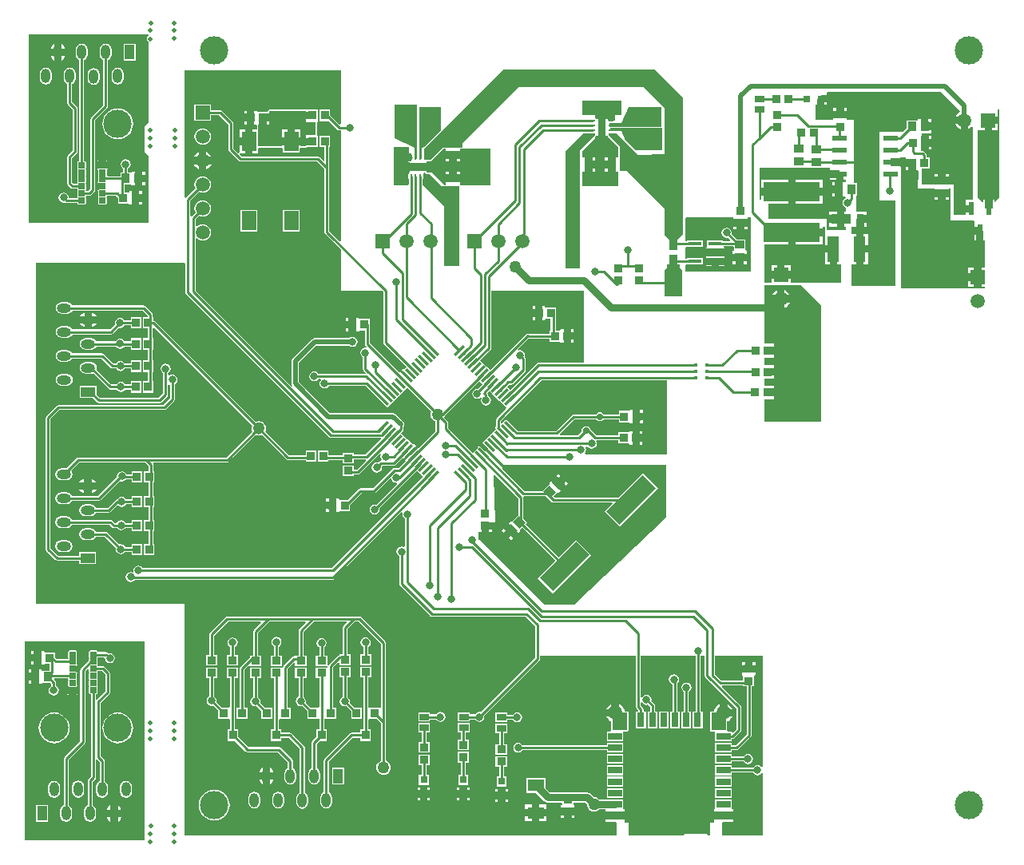
<source format=gtl>
%FSLAX42Y42*%
%MOMM*%
G71*
G01*
G75*
G04 Layer_Physical_Order=1*
G04 Layer_Color=255*
%ADD10R,2.00X1.10*%
%ADD11R,0.80X1.10*%
%ADD12R,0.85X0.95*%
%ADD13R,1.00X0.90*%
%ADD14R,1.55X0.60*%
%ADD15R,0.90X1.00*%
%ADD16R,1.80X1.30*%
%ADD17R,1.45X0.45*%
%ADD18R,0.45X0.45*%
G04:AMPARAMS|DCode=19|XSize=0.65mm|YSize=0.6mm|CornerRadius=0.02mm|HoleSize=0mm|Usage=FLASHONLY|Rotation=180.000|XOffset=0mm|YOffset=0mm|HoleType=Round|Shape=RoundedRectangle|*
%AMROUNDEDRECTD19*
21,1,0.65,0.57,0,0,180.0*
21,1,0.62,0.60,0,0,180.0*
1,1,0.03,-0.31,0.28*
1,1,0.03,0.31,0.28*
1,1,0.03,0.31,-0.28*
1,1,0.03,-0.31,-0.28*
%
%ADD19ROUNDEDRECTD19*%
%ADD20R,1.50X2.00*%
G04:AMPARAMS|DCode=21|XSize=0.5mm|YSize=0.25mm|CornerRadius=0mm|HoleSize=0mm|Usage=FLASHONLY|Rotation=180.000|XOffset=0mm|YOffset=0mm|HoleType=Round|Shape=RoundedRectangle|*
%AMROUNDEDRECTD21*
21,1,0.50,0.25,0,0,180.0*
21,1,0.50,0.25,0,0,180.0*
1,1,0.00,-0.25,0.12*
1,1,0.00,0.25,0.12*
1,1,0.00,0.25,-0.12*
1,1,0.00,-0.25,-0.12*
%
%ADD21ROUNDEDRECTD21*%
%ADD22R,0.70X1.30*%
G04:AMPARAMS|DCode=23|XSize=0.5mm|YSize=0.25mm|CornerRadius=0mm|HoleSize=0mm|Usage=FLASHONLY|Rotation=270.000|XOffset=0mm|YOffset=0mm|HoleType=Round|Shape=RoundedRectangle|*
%AMROUNDEDRECTD23*
21,1,0.50,0.25,0,0,270.0*
21,1,0.50,0.25,0,0,270.0*
1,1,0.00,-0.12,-0.25*
1,1,0.00,-0.12,0.25*
1,1,0.00,0.12,0.25*
1,1,0.00,0.12,-0.25*
%
%ADD23ROUNDEDRECTD23*%
%ADD24R,1.30X0.70*%
G04:AMPARAMS|DCode=25|XSize=0.3mm|YSize=1.4mm|CornerRadius=0mm|HoleSize=0mm|Usage=FLASHONLY|Rotation=45.000|XOffset=0mm|YOffset=0mm|HoleType=Round|Shape=Rectangle|*
%AMROTATEDRECTD25*
4,1,4,0.39,-0.60,-0.60,0.39,-0.39,0.60,0.60,-0.39,0.39,-0.60,0.0*
%
%ADD25ROTATEDRECTD25*%

G04:AMPARAMS|DCode=26|XSize=0.3mm|YSize=1.4mm|CornerRadius=0mm|HoleSize=0mm|Usage=FLASHONLY|Rotation=315.000|XOffset=0mm|YOffset=0mm|HoleType=Round|Shape=Rectangle|*
%AMROTATEDRECTD26*
4,1,4,-0.60,-0.39,0.39,0.60,0.60,0.39,-0.39,-0.60,-0.60,-0.39,0.0*
%
%ADD26ROTATEDRECTD26*%

%ADD27R,1.00X0.75*%
%ADD28R,0.80X0.80*%
%ADD29R,6.00X2.00*%
%ADD30R,1.30X2.70*%
%ADD31R,0.80X0.80*%
%ADD32R,0.90X0.95*%
%ADD33R,0.90X0.95*%
%ADD34R,0.95X0.85*%
G04:AMPARAMS|DCode=35|XSize=0.95mm|YSize=0.85mm|CornerRadius=0mm|HoleSize=0mm|Usage=FLASHONLY|Rotation=315.000|XOffset=0mm|YOffset=0mm|HoleType=Round|Shape=Rectangle|*
%AMROTATEDRECTD35*
4,1,4,-0.64,0.04,-0.04,0.64,0.64,-0.04,0.04,-0.64,-0.64,0.04,0.0*
%
%ADD35ROTATEDRECTD35*%

G04:AMPARAMS|DCode=36|XSize=5.5mm|YSize=2mm|CornerRadius=0mm|HoleSize=0mm|Usage=FLASHONLY|Rotation=225.000|XOffset=0mm|YOffset=0mm|HoleType=Round|Shape=Rectangle|*
%AMROTATEDRECTD36*
4,1,4,1.24,2.65,2.65,1.24,-1.24,-2.65,-2.65,-1.24,1.24,2.65,0.0*
%
%ADD36ROTATEDRECTD36*%

%ADD37C,1.50*%
%ADD38R,0.80X1.50*%
%ADD39R,1.50X0.80*%
%ADD40R,0.60X1.45*%
%ADD41C,0.25*%
%ADD42C,0.76*%
%ADD43C,0.50*%
%ADD44R,1.55X1.85*%
%ADD45R,1.50X1.50*%
%ADD46O,1.00X1.52*%
%ADD47R,1.00X1.52*%
%ADD48R,1.50X1.50*%
%ADD49O,1.52X1.00*%
%ADD50R,1.52X1.00*%
%ADD51C,0.70*%
%ADD52C,0.80*%
%ADD53C,1.27*%
%ADD54C,3.00*%
%ADD55C,0.50*%
G36*
X14127Y10890D02*
Y10873D01*
X14195D01*
Y10833D01*
X14235D01*
Y10760D01*
X14252D01*
X14260Y10751D01*
X14256Y10565D01*
X14432Y10565D01*
Y10553D01*
X14507D01*
X14583D01*
Y10565D01*
X14600D01*
X14600Y10221D01*
X14850Y10221D01*
X14858Y10208D01*
Y10154D01*
X14913D01*
Y10114D01*
X14953D01*
Y10016D01*
X14969D01*
X14970Y10004D01*
Y9722D01*
X14928D01*
Y9622D01*
Y9521D01*
X14970D01*
Y9504D01*
X14073D01*
Y9986D01*
Y10795D01*
X14070D01*
Y10804D01*
X13967D01*
Y10884D01*
X14070D01*
Y10890D01*
X14127D01*
D02*
G37*
G36*
X11473Y11822D02*
X11765Y11530D01*
X11765Y10350D01*
Y10075D01*
X11707Y10018D01*
Y9912D01*
X11620Y9912D01*
Y10022D01*
X11572Y10070D01*
Y10350D01*
X11172Y10750D01*
X11093D01*
X11093Y11012D01*
X10980Y11125D01*
Y11150D01*
X11062Y11150D01*
X11290Y10922D01*
X11570Y10923D01*
X11567Y11417D01*
X11349Y11635D01*
X10343Y11635D01*
Y11635D01*
X10018D01*
X9426Y11043D01*
Y10998D01*
X9226D01*
X9224Y11001D01*
X9089Y10866D01*
X9024D01*
X9021Y10868D01*
Y10983D01*
X9861Y11822D01*
X10351D01*
X10351Y11823D01*
X11473Y11822D01*
D02*
G37*
G36*
X8947Y10875D02*
X8918D01*
Y10996D01*
X8712Y11096D01*
X8712Y11450D01*
X8947Y11450D01*
X8947Y10875D01*
D02*
G37*
G36*
X9203Y11184D02*
X9024Y11005D01*
X9000Y10994D01*
X9000Y10886D01*
X8991Y10878D01*
X8968Y10878D01*
X8968Y11428D01*
X9203D01*
Y11184D01*
D02*
G37*
G36*
X11588Y7438D02*
X11588Y7075D01*
X10618Y6150D01*
X10300D01*
X9600Y6850D01*
Y6920D01*
X9630D01*
Y6988D01*
X9670D01*
Y7028D01*
X9775D01*
X9760Y7520D01*
X9769Y7529D01*
X10023Y7274D01*
Y7104D01*
X9956Y7036D01*
X9952Y7032D01*
X9940Y7034D01*
X9938Y7036D01*
X9918Y7016D01*
X9970Y6965D01*
X10021Y6913D01*
X10041Y6933D01*
X10039Y6935D01*
X10037Y6947D01*
X10041Y6951D01*
X10060Y6969D01*
X10411Y6618D01*
X10226Y6433D01*
X10386Y6273D01*
X10793Y6680D01*
X10633Y6839D01*
X10448Y6654D01*
X10096Y7006D01*
X10115Y7025D01*
X10075Y7065D01*
Y7285D01*
X10074Y7292D01*
X10079Y7301D01*
X10082Y7305D01*
X10312D01*
X10371Y7245D01*
X10380Y7239D01*
X10390Y7237D01*
X11015D01*
X11020Y7226D01*
X10933Y7140D01*
X11093Y6980D01*
X11500Y7387D01*
X11340Y7547D01*
X11083Y7289D01*
X10400D01*
X10391Y7299D01*
X10432Y7339D01*
X10436Y7343D01*
X10447Y7341D01*
X10449Y7339D01*
X10469Y7359D01*
X10418Y7410D01*
X10366Y7462D01*
X10346Y7442D01*
X10348Y7440D01*
X10351Y7428D01*
X10346Y7424D01*
X10279Y7357D01*
X10085D01*
X9848Y7594D01*
X9848Y7607D01*
X9871Y7630D01*
X11588D01*
X11588Y7438D01*
D02*
G37*
G36*
X11536Y11425D02*
Y11218D01*
X10984D01*
Y11256D01*
X11110D01*
X11192Y11425D01*
X11536Y11425D01*
D02*
G37*
G36*
X11545Y11203D02*
Y10968D01*
X11264D01*
X11158Y11074D01*
X11111Y11170D01*
X11004Y11170D01*
X10995Y11179D01*
X10995Y11203D01*
X11545Y11203D01*
D02*
G37*
G36*
X11705Y9755D02*
X11732D01*
Y9725D01*
X11757Y9700D01*
Y9420D01*
X11570D01*
Y9700D01*
X11597Y9728D01*
Y9755D01*
X11625D01*
Y9822D01*
X11705D01*
Y9755D01*
D02*
G37*
G36*
X13270Y10157D02*
X13270Y10096D01*
X13270Y10083D01*
X13270Y10083D01*
X13270Y10083D01*
Y9962D01*
X13360D01*
Y9922D01*
X13400D01*
Y9762D01*
X13445D01*
Y9564D01*
X12906D01*
Y9607D01*
X12805D01*
X12705D01*
Y9564D01*
X12628D01*
X12628Y9972D01*
X12880D01*
Y10097D01*
X12920D01*
Y10138D01*
X13245D01*
Y10157D01*
X13270D01*
D02*
G37*
G36*
X12485Y9680D02*
X11790D01*
X11790Y9748D01*
X11802Y9757D01*
X11807Y9755D01*
Y9755D01*
X11978D01*
Y9825D01*
X11807D01*
Y9816D01*
X11790D01*
X11790Y9938D01*
X11802Y9947D01*
X11807Y9945D01*
Y9945D01*
X11978D01*
Y10015D01*
X11807D01*
Y10006D01*
X11790D01*
X11789Y10249D01*
X11798Y10257D01*
X12302D01*
Y10240D01*
X12448D01*
Y10257D01*
X12485D01*
Y9680D01*
D02*
G37*
G36*
X6100Y12180D02*
X6095Y12177D01*
X6087Y12165D01*
X6084Y12150D01*
X6087Y12135D01*
X6095Y12123D01*
X6100Y12120D01*
Y11253D01*
X6062Y11225D01*
Y10950D01*
X6100Y10912D01*
Y10203D01*
X4832D01*
Y12198D01*
X6100D01*
Y12180D01*
D02*
G37*
G36*
X14701Y11386D02*
X14699Y11375D01*
X14697Y11373D01*
X14677Y11357D01*
X14661Y11336D01*
X14656Y11325D01*
X14748D01*
Y11285D01*
X14788D01*
Y11193D01*
X14799Y11198D01*
X14820Y11214D01*
X14823Y11218D01*
X14835Y11214D01*
Y10447D01*
X14763D01*
Y10389D01*
X14818D01*
Y10309D01*
X14763D01*
Y10280D01*
X14638D01*
Y10603D01*
X14583D01*
Y10607D01*
X14507D01*
X14432D01*
Y10603D01*
X14293D01*
Y10772D01*
X14380D01*
Y10893D01*
X14351D01*
Y10915D01*
X14349Y10925D01*
X14343Y10933D01*
X14323Y10953D01*
X14315Y10959D01*
X14305Y10961D01*
X14293D01*
Y10961D01*
X14292D01*
Y11047D01*
Y11120D01*
X14293D01*
Y11147D01*
X14398D01*
Y11182D01*
X14327D01*
Y11222D01*
X14288D01*
Y11298D01*
X14257D01*
Y11295D01*
X14250Y11285D01*
X14135D01*
Y11201D01*
X14095Y11162D01*
X13850D01*
X13847Y10435D01*
X14018D01*
Y9532D01*
X13548D01*
Y9750D01*
X13550Y9762D01*
X13560Y9762D01*
X13600D01*
Y9922D01*
Y10083D01*
X13550D01*
X13548Y10095D01*
Y10160D01*
X13580D01*
Y10160D01*
X13605D01*
Y10240D01*
X13645D01*
Y10280D01*
X13710D01*
Y10320D01*
X13607D01*
Y10490D01*
X13610Y10492D01*
X13610D01*
Y10618D01*
X13577D01*
X13577Y11290D01*
X13505D01*
Y11307D01*
X13360D01*
Y11290D01*
X13170D01*
Y11450D01*
X13188D01*
Y11515D01*
X13228D01*
Y11555D01*
X13293D01*
Y11580D01*
X13300Y11590D01*
X14498D01*
X14701Y11386D01*
D02*
G37*
G36*
X15120Y11397D02*
Y10468D01*
X15076Y10420D01*
X15064Y10425D01*
Y10447D01*
X15048D01*
Y10349D01*
X14968D01*
Y10447D01*
X14953D01*
Y10423D01*
X14941Y10419D01*
X14893Y10468D01*
Y11177D01*
X14902Y11185D01*
X14905Y11185D01*
X14962D01*
Y11285D01*
X15002D01*
Y11325D01*
X15103D01*
Y11385D01*
X15105Y11397D01*
X15120D01*
D02*
G37*
G36*
X9035Y10724D02*
X9036Y10723D01*
X9037Y10722D01*
X9041Y10720D01*
X9044Y10718D01*
X9056Y10716D01*
X9057Y10717D01*
X9058Y10716D01*
X9084D01*
X9212Y10588D01*
X9232D01*
X9233Y10587D01*
X9236Y10585D01*
X9238Y10585D01*
X9240Y10584D01*
X9243Y10586D01*
X9246Y10586D01*
X9249Y10588D01*
X9393Y10588D01*
X9395Y10586D01*
X9396Y10583D01*
X9397Y10582D01*
X9397Y9740D01*
X9237Y9740D01*
Y10378D01*
X9009Y10606D01*
Y10666D01*
X9010Y10667D01*
Y10717D01*
X9019Y10728D01*
X9034Y10728D01*
X9035Y10724D01*
D02*
G37*
G36*
X10832Y11128D02*
X10832Y11127D01*
X10670Y10965D01*
X10670Y9718D01*
X10520Y9718D01*
X10520Y10965D01*
X10703Y11147D01*
X10832D01*
Y11128D01*
D02*
G37*
G36*
X13325Y10770D02*
X13325D01*
Y10754D01*
X13427D01*
Y10715D01*
X13467D01*
Y10659D01*
X13495D01*
Y10640D01*
X13482Y10630D01*
X13457D01*
Y10555D01*
Y10480D01*
X13481D01*
X13489Y10469D01*
X13487Y10460D01*
X13472Y10450D01*
X13460Y10433D01*
X13456Y10412D01*
X13460Y10392D01*
X13472Y10375D01*
X13489Y10363D01*
X13495Y10362D01*
X13495Y10320D01*
X13480D01*
Y10240D01*
Y10160D01*
X13495D01*
Y10120D01*
X13290D01*
Y10238D01*
X12672D01*
X12672Y10402D01*
X12880D01*
Y10488D01*
X12595D01*
Y10445D01*
X12575D01*
Y10782D01*
X13324D01*
X13325Y10770D01*
D02*
G37*
G36*
X8862Y10941D02*
X8861Y10941D01*
X8853Y10935D01*
X8850Y10932D01*
X8883D01*
Y10852D01*
X8850D01*
X8853Y10849D01*
X8861Y10843D01*
X8866Y10842D01*
Y10832D01*
X8956D01*
X9046D01*
Y10852D01*
X9089D01*
X9089Y10852D01*
X9098Y10856D01*
X9227Y10984D01*
X9251D01*
Y10959D01*
X9327D01*
X9402D01*
Y10984D01*
X9426D01*
X9428Y10985D01*
X9725D01*
Y10593D01*
X9406Y10593D01*
X9402Y10604D01*
X9402Y10605D01*
Y10634D01*
X9327D01*
X9251D01*
Y10605D01*
X9251Y10604D01*
X9240Y10598D01*
X9107Y10730D01*
X9058D01*
X9046Y10732D01*
Y10752D01*
X8956D01*
X8866D01*
Y10732D01*
X8862Y10730D01*
Y10728D01*
X8861Y10727D01*
X8857Y10717D01*
Y10667D01*
X8858Y10666D01*
Y10602D01*
X8848Y10593D01*
X8703Y10598D01*
Y11003D01*
X8862D01*
Y10941D01*
D02*
G37*
G36*
X8140Y11245D02*
X8127Y11239D01*
X8025Y11341D01*
Y11398D01*
X7915D01*
Y11277D01*
X8016D01*
X8109Y11184D01*
X8118Y11179D01*
X8128Y11177D01*
X8140D01*
Y10006D01*
X8128Y10001D01*
X8018Y10111D01*
Y11000D01*
X8025D01*
Y11120D01*
X7915D01*
Y11000D01*
X7967D01*
Y10859D01*
X7955Y10854D01*
X7918Y10891D01*
X7910Y10896D01*
X7900Y10898D01*
X7088D01*
X7064Y10923D01*
X7069Y10936D01*
X7073Y10936D01*
X7124D01*
Y11021D01*
X7063D01*
Y10946D01*
X7063Y10941D01*
X7050Y10936D01*
X7001Y10986D01*
Y11253D01*
X6999Y11262D01*
X6993Y11271D01*
X6878Y11386D01*
X6870Y11391D01*
X6860Y11393D01*
X6763D01*
Y11455D01*
X6587D01*
Y11280D01*
X6763D01*
Y11342D01*
X6849D01*
X6949Y11242D01*
Y10975D01*
X6951Y10965D01*
X6957Y10957D01*
X7059Y10854D01*
X7068Y10849D01*
X7078Y10847D01*
X7889D01*
X7964Y10772D01*
X7967Y10770D01*
Y10100D01*
X7969Y10090D01*
X7974Y10082D01*
X8140Y9916D01*
Y9475D01*
X8581D01*
X8589Y9467D01*
Y8932D01*
X8591Y8922D01*
X8597Y8913D01*
X8835Y8675D01*
X8811Y8651D01*
X8802Y8660D01*
X8756Y8615D01*
X8446Y8925D01*
Y9120D01*
X8445Y9124D01*
Y9180D01*
X8341D01*
X8335Y9180D01*
X8328Y9190D01*
Y9193D01*
X8300D01*
Y9120D01*
Y9047D01*
X8328D01*
Y9050D01*
X8335Y9060D01*
X8341Y9060D01*
X8394D01*
Y8914D01*
X8396Y8904D01*
X8402Y8896D01*
X8411Y8887D01*
X8404Y8875D01*
X8400Y8876D01*
X8379Y8872D01*
X8362Y8860D01*
X8350Y8843D01*
X8346Y8822D01*
X8350Y8802D01*
X8362Y8785D01*
X8374Y8776D01*
Y8654D01*
X8374Y8652D01*
X8376Y8642D01*
X8381Y8634D01*
X8404Y8611D01*
X8399Y8598D01*
X7904D01*
X7895Y8610D01*
X7878Y8622D01*
X7857Y8626D01*
X7837Y8622D01*
X7820Y8610D01*
X7808Y8593D01*
X7804Y8572D01*
X7808Y8552D01*
X7820Y8535D01*
X7837Y8523D01*
X7857Y8519D01*
X7878Y8523D01*
X7895Y8535D01*
X7904Y8547D01*
X7923D01*
X7926Y8534D01*
X7916Y8518D01*
X7912Y8497D01*
X7916Y8477D01*
X7927Y8460D01*
X7945Y8448D01*
X7965Y8444D01*
X7986Y8448D01*
X8003Y8460D01*
X8011Y8472D01*
X8402D01*
X8517Y8357D01*
X8515Y8356D01*
X8632Y8239D01*
X8703Y8309D01*
X8774Y8380D01*
X8846Y8452D01*
X9098Y8199D01*
X9093Y8187D01*
X9091Y8167D01*
X9093Y8147D01*
X9101Y8128D01*
X9113Y8113D01*
X9129Y8100D01*
X9142Y8095D01*
Y7990D01*
X8961Y7809D01*
X8915Y7854D01*
X8912Y7852D01*
X8900Y7852D01*
X8844Y7907D01*
X8776Y7975D01*
X8793Y7992D01*
X8799Y8001D01*
X8801Y8011D01*
Y8034D01*
X8802Y8035D01*
X8811Y8048D01*
X8813Y8062D01*
X8811Y8077D01*
X8802Y8090D01*
X8722Y8170D01*
X8710Y8178D01*
X8695Y8181D01*
X8695Y8181D01*
X8026D01*
X7693Y8513D01*
Y8717D01*
X7876Y8899D01*
X8225D01*
X8242Y8888D01*
X8262Y8884D01*
X8283Y8888D01*
X8300Y8900D01*
X8312Y8917D01*
X8316Y8938D01*
X8312Y8958D01*
X8300Y8975D01*
X8283Y8987D01*
X8262Y8991D01*
X8242Y8987D01*
X8225Y8976D01*
X7860D01*
X7845Y8973D01*
X7833Y8965D01*
X7833Y8965D01*
X7628Y8760D01*
X7619Y8747D01*
X7617Y8732D01*
X7617Y8732D01*
Y8498D01*
X7617Y8497D01*
X7619Y8483D01*
X7625Y8475D01*
X7615Y8467D01*
X6600Y9481D01*
Y10031D01*
X6608Y10034D01*
X6613Y10034D01*
X6631Y10021D01*
X6652Y10012D01*
X6675Y10009D01*
X6698Y10012D01*
X6719Y10021D01*
X6738Y10035D01*
X6752Y10053D01*
X6760Y10075D01*
X6763Y10097D01*
X6760Y10120D01*
X6752Y10142D01*
X6738Y10160D01*
X6719Y10174D01*
X6698Y10183D01*
X6675Y10186D01*
X6652Y10183D01*
X6631Y10174D01*
X6613Y10161D01*
X6608Y10161D01*
X6600Y10164D01*
Y10240D01*
X6634Y10274D01*
X6652Y10266D01*
X6675Y10263D01*
X6698Y10266D01*
X6719Y10275D01*
X6738Y10289D01*
X6752Y10307D01*
X6760Y10329D01*
X6763Y10351D01*
X6760Y10374D01*
X6752Y10396D01*
X6738Y10414D01*
X6719Y10428D01*
X6698Y10437D01*
X6675Y10440D01*
X6652Y10437D01*
X6631Y10428D01*
X6612Y10414D01*
X6598Y10396D01*
X6590Y10374D01*
X6587Y10351D01*
X6590Y10329D01*
X6597Y10310D01*
X6556Y10269D01*
X6556Y10269D01*
X6543Y10273D01*
Y10437D01*
X6634Y10528D01*
X6652Y10520D01*
X6675Y10517D01*
X6698Y10520D01*
X6719Y10529D01*
X6738Y10543D01*
X6752Y10561D01*
X6760Y10583D01*
X6763Y10606D01*
X6760Y10628D01*
X6752Y10650D01*
X6738Y10668D01*
X6719Y10682D01*
X6698Y10691D01*
X6675Y10694D01*
X6652Y10691D01*
X6631Y10682D01*
X6612Y10668D01*
X6598Y10650D01*
X6590Y10628D01*
X6587Y10606D01*
X6590Y10583D01*
X6597Y10564D01*
X6499Y10466D01*
X6498Y10464D01*
X6485Y10468D01*
Y11818D01*
X8140D01*
Y11245D01*
D02*
G37*
G36*
X9641Y8489D02*
X9592Y8440D01*
X9585Y8441D01*
X9564Y8437D01*
X9547Y8425D01*
X9535Y8408D01*
X9531Y8388D01*
X9535Y8367D01*
X9547Y8350D01*
X9564Y8338D01*
X9585Y8334D01*
X9606Y8338D01*
X9623Y8350D01*
X9632Y8341D01*
X9628Y8336D01*
X9624Y8315D01*
X9628Y8294D01*
X9640Y8277D01*
X9657Y8265D01*
X9678Y8261D01*
X9698Y8265D01*
X9715Y8277D01*
X9727Y8294D01*
X9731Y8315D01*
X9727Y8336D01*
X9715Y8353D01*
X9703Y8361D01*
Y8373D01*
X9701Y8383D01*
X9696Y8391D01*
X9692Y8396D01*
X9713Y8417D01*
X9746Y8384D01*
X9785Y8345D01*
X9816Y8313D01*
X9891Y8239D01*
X9890Y8226D01*
X9791Y8127D01*
X9785Y8119D01*
X9783Y8109D01*
Y8043D01*
X9779Y8037D01*
X9777Y8027D01*
X9779Y8017D01*
X9783Y8011D01*
X9749Y7978D01*
X9710Y7939D01*
X9652Y7881D01*
X9643Y7890D01*
X9643Y7889D01*
X9652Y7880D01*
X9640Y7868D01*
X9698Y7809D01*
X9666Y7778D01*
X9608Y7836D01*
X9595Y7824D01*
X9586Y7833D01*
X9586Y7832D01*
X9595Y7823D01*
X9536Y7764D01*
X9276Y8024D01*
Y8084D01*
X9274Y8094D01*
X9268Y8103D01*
X9237Y8134D01*
X9242Y8147D01*
X9243Y8160D01*
X9607Y8523D01*
X9641Y8489D01*
D02*
G37*
G36*
X10715Y8714D02*
X10231D01*
X10221Y8713D01*
X10212Y8707D01*
X9935Y8429D01*
X9900Y8463D01*
X9921Y8484D01*
X9945D01*
X9955Y8486D01*
X9963Y8492D01*
X10091Y8619D01*
X10096Y8628D01*
X10098Y8638D01*
Y8760D01*
X10096Y8770D01*
X10091Y8778D01*
X10086Y8783D01*
X10089Y8797D01*
X10085Y8818D01*
X10073Y8835D01*
X10056Y8847D01*
X10035Y8851D01*
X10021Y8848D01*
X10015Y8860D01*
X10129Y8974D01*
X10355D01*
Y8940D01*
X10459D01*
X10465Y8940D01*
X10472Y8930D01*
Y8927D01*
X10500D01*
Y9000D01*
Y9073D01*
X10472D01*
Y9070D01*
X10465Y9060D01*
X10459Y9060D01*
X10416D01*
Y9182D01*
X10423D01*
Y9303D01*
X10318D01*
X10312Y9303D01*
X10305Y9313D01*
Y9315D01*
X10278D01*
Y9243D01*
Y9170D01*
X10305D01*
Y9172D01*
X10312Y9182D01*
X10318Y9182D01*
X10364D01*
Y9060D01*
X10355D01*
Y9026D01*
X10130D01*
X10130Y9026D01*
X10120Y9028D01*
X10110Y9026D01*
X10102Y9020D01*
X9722Y8641D01*
X9686Y8678D01*
X9618Y8746D01*
X9726Y8854D01*
X9731Y8863D01*
X9733Y8872D01*
Y9475D01*
X10715D01*
Y8714D01*
D02*
G37*
G36*
X11110Y11338D02*
X11046D01*
Y11285D01*
X10966D01*
Y11318D01*
X10962Y11316D01*
X10957Y11308D01*
X10956Y11303D01*
X10946D01*
Y11213D01*
Y11122D01*
X10955D01*
X10966Y11122D01*
X10971Y11113D01*
X10971Y11113D01*
X10973Y11112D01*
X10978Y11108D01*
Y11103D01*
X11078Y11003D01*
Y10892D01*
X11051D01*
Y10817D01*
Y10741D01*
X11078D01*
Y10590D01*
X10700D01*
Y10741D01*
X10725D01*
Y10817D01*
Y10892D01*
X10700D01*
Y10955D01*
X10838Y11093D01*
Y11112D01*
X10840Y11113D01*
X10840Y11113D01*
X10845Y11122D01*
X10866D01*
Y11213D01*
Y11303D01*
X10845D01*
X10838Y11313D01*
Y11338D01*
X10700Y11338D01*
X10700Y11497D01*
X11110Y11497D01*
Y11338D01*
D02*
G37*
G36*
X6492Y9768D02*
Y9462D01*
X6494Y9453D01*
X6499Y9444D01*
X8012Y7931D01*
X8021Y7925D01*
X8031Y7924D01*
X8563D01*
X8568Y7911D01*
X8400Y7743D01*
X8281D01*
Y7758D01*
X8161D01*
Y7738D01*
X8008D01*
Y7785D01*
X7897D01*
Y7665D01*
X8008D01*
Y7687D01*
X8161D01*
Y7647D01*
X8281D01*
Y7692D01*
X8401D01*
X8407Y7679D01*
X8311Y7583D01*
X8281D01*
Y7628D01*
X8161D01*
Y7517D01*
X8281D01*
Y7532D01*
X8322D01*
X8332Y7534D01*
X8340Y7539D01*
X8555Y7754D01*
X8565Y7746D01*
X8563Y7743D01*
X8559Y7722D01*
X8563Y7702D01*
X8572Y7689D01*
X8566Y7676D01*
X8565D01*
X8555Y7674D01*
X8547Y7668D01*
X8534Y7656D01*
X8520Y7659D01*
X8499Y7655D01*
X8482Y7643D01*
X8470Y7626D01*
X8466Y7605D01*
X8470Y7584D01*
X8482Y7567D01*
X8499Y7555D01*
X8520Y7551D01*
X8541Y7555D01*
X8558Y7567D01*
X8570Y7584D01*
X8574Y7605D01*
X8572Y7613D01*
X8582Y7624D01*
X8697D01*
X8707Y7626D01*
X8716Y7632D01*
X8792Y7708D01*
X8826Y7674D01*
X8753Y7601D01*
X8705D01*
X8695Y7599D01*
X8687Y7593D01*
X8478Y7384D01*
X8349D01*
X8339Y7382D01*
X8331Y7377D01*
X8219Y7265D01*
X8131D01*
X8125Y7265D01*
X8119Y7275D01*
Y7278D01*
X8091D01*
Y7205D01*
Y7132D01*
X8119D01*
Y7135D01*
X8125Y7145D01*
X8131Y7145D01*
X8236D01*
Y7209D01*
X8360Y7333D01*
X8488D01*
X8498Y7334D01*
X8507Y7340D01*
X8657Y7491D01*
X8671Y7486D01*
X8673Y7477D01*
X8685Y7460D01*
X8702Y7448D01*
X8722Y7444D01*
X8728Y7445D01*
X8734Y7433D01*
X8512Y7210D01*
X8497Y7213D01*
X8477Y7209D01*
X8460Y7198D01*
X8448Y7180D01*
X8444Y7160D01*
X8448Y7139D01*
X8460Y7122D01*
X8477Y7110D01*
X8497Y7106D01*
X8518Y7110D01*
X8535Y7122D01*
X8547Y7139D01*
X8551Y7160D01*
X8548Y7174D01*
X8946Y7571D01*
X8979Y7539D01*
X9011Y7506D01*
X8044Y6538D01*
X6039D01*
X6030Y6550D01*
X6013Y6562D01*
X5992Y6566D01*
X5972Y6562D01*
X5955Y6550D01*
X5943Y6533D01*
X5939Y6512D01*
X5941Y6504D01*
X5937Y6500D01*
X5929Y6494D01*
X5912Y6498D01*
X5891Y6494D01*
X5874Y6482D01*
X5862Y6465D01*
X5858Y6444D01*
X5862Y6424D01*
X5874Y6406D01*
X5891Y6395D01*
X5912Y6390D01*
X5932Y6395D01*
X5950Y6406D01*
X5957Y6417D01*
X8055D01*
X8065Y6419D01*
X8074Y6424D01*
X8781Y7132D01*
X8793Y7125D01*
X8790Y7109D01*
X8794Y7089D01*
X8805Y7071D01*
X8817Y7063D01*
Y6767D01*
X8806Y6761D01*
X8803Y6762D01*
X8783Y6767D01*
X8762Y6762D01*
X8745Y6751D01*
X8733Y6733D01*
X8729Y6713D01*
X8733Y6692D01*
X8745Y6675D01*
X8757Y6667D01*
Y6370D01*
X8759Y6360D01*
X8765Y6351D01*
X9084Y6032D01*
X9093Y6026D01*
X9103Y6024D01*
X10099D01*
X10197Y5927D01*
Y5603D01*
Y5588D01*
X9622Y5013D01*
X9607Y5016D01*
X9587Y5012D01*
X9570Y5000D01*
X9561Y4988D01*
X9505D01*
Y5012D01*
X9380D01*
Y4912D01*
X9505D01*
Y4936D01*
X9562D01*
X9570Y4925D01*
X9587Y4913D01*
X9607Y4909D01*
X9628Y4913D01*
X9645Y4925D01*
X9657Y4942D01*
X9661Y4962D01*
X9658Y4977D01*
X10241Y5559D01*
X10246Y5568D01*
X10248Y5578D01*
Y5608D01*
X11269Y5608D01*
Y5067D01*
X11271Y5058D01*
X11277Y5049D01*
X11295Y5031D01*
X11295Y5018D01*
X11268D01*
Y4843D01*
X11374D01*
Y5018D01*
X11347D01*
Y5041D01*
X11345Y5051D01*
X11340Y5060D01*
X11321Y5078D01*
Y5113D01*
X11334Y5117D01*
X11342Y5105D01*
X11359Y5093D01*
X11380Y5089D01*
X11394Y5092D01*
X11415Y5071D01*
Y5018D01*
X11389D01*
Y4843D01*
X11494D01*
Y5018D01*
X11467D01*
Y5081D01*
X11465Y5091D01*
X11460Y5100D01*
X11431Y5128D01*
X11434Y5142D01*
X11430Y5163D01*
X11418Y5180D01*
X11401Y5192D01*
X11380Y5196D01*
X11359Y5192D01*
X11342Y5180D01*
X11334Y5168D01*
X11321Y5172D01*
Y5608D01*
X11904D01*
Y5018D01*
X11868D01*
Y4843D01*
X11974D01*
Y5018D01*
X11956D01*
Y5608D01*
X11997D01*
Y5400D01*
X11999Y5390D01*
X12004Y5382D01*
X12332Y5054D01*
Y4831D01*
X12296Y4795D01*
X12284Y4800D01*
Y4808D01*
X12244D01*
X12235Y4820D01*
Y4913D01*
X12247Y4918D01*
X12268Y4934D01*
X12284Y4955D01*
X12288Y4965D01*
X12196D01*
Y5005D01*
X12156D01*
Y5098D01*
X12146Y5093D01*
X12125Y5077D01*
X12109Y5056D01*
X12098Y5032D01*
X12097Y5019D01*
X12066D01*
X12056Y5015D01*
X12052Y5005D01*
Y4820D01*
X12056Y4811D01*
X12066Y4807D01*
X12108D01*
Y4703D01*
X12284D01*
Y4730D01*
X12293D01*
X12303Y4731D01*
X12311Y4737D01*
X12376Y4802D01*
X12381Y4810D01*
X12383Y4820D01*
Y5065D01*
X12381Y5075D01*
X12376Y5083D01*
X12177Y5282D01*
X12182Y5294D01*
X12402D01*
Y5287D01*
X12439D01*
Y4778D01*
X12322Y4661D01*
X12284D01*
Y4688D01*
X12108D01*
Y4583D01*
X12284D01*
Y4610D01*
X12333D01*
X12343Y4611D01*
X12351Y4617D01*
X12483Y4749D01*
X12489Y4758D01*
X12491Y4767D01*
Y5287D01*
X12523D01*
Y5392D01*
X12523Y5398D01*
X12533Y5405D01*
X12535D01*
Y5433D01*
X12462D01*
X12390D01*
Y5405D01*
X12392D01*
X12402Y5398D01*
X12402Y5392D01*
Y5346D01*
X12173D01*
X12108Y5411D01*
Y5608D01*
X12610D01*
Y4433D01*
X12597Y4429D01*
X12593Y4435D01*
X12576Y4447D01*
X12555Y4451D01*
X12534Y4447D01*
X12517Y4435D01*
X12509Y4423D01*
X12284D01*
Y4448D01*
X12108D01*
Y4343D01*
X12284D01*
Y4372D01*
X12509D01*
X12517Y4360D01*
X12534Y4348D01*
X12555Y4344D01*
X12576Y4348D01*
X12593Y4360D01*
X12597Y4366D01*
X12610Y4362D01*
Y3705D01*
X12179D01*
Y3837D01*
X12179Y3843D01*
X12189Y3850D01*
X12297D01*
Y3875D01*
X12196D01*
X12096D01*
Y3856D01*
X12096Y3850D01*
X12086Y3843D01*
X12054D01*
Y3705D01*
X12025D01*
Y3710D01*
X12021Y3720D01*
X12011Y3724D01*
X11791D01*
X11781Y3720D01*
X11777Y3710D01*
Y3705D01*
X11189D01*
Y3843D01*
X11156D01*
X11147Y3850D01*
X11147Y3856D01*
Y3875D01*
X11046D01*
X10946D01*
Y3850D01*
X11054D01*
X11063Y3843D01*
X11064Y3837D01*
Y3705D01*
X8782Y3705D01*
Y5603D01*
X8780D01*
X8780Y3705D01*
X6485D01*
X6485Y6158D01*
X4905Y6158D01*
X4905Y9778D01*
X6479Y9778D01*
X6492Y9768D01*
D02*
G37*
G36*
X6058Y3655D02*
X4785D01*
Y5760D01*
X6058D01*
Y3655D01*
D02*
G37*
G36*
X11595Y7745D02*
X10730Y7745D01*
X10725Y7758D01*
X10735Y7772D01*
X10739Y7793D01*
X10735Y7813D01*
X10730Y7819D01*
X10737Y7832D01*
X10752D01*
X10760Y7820D01*
X10777Y7808D01*
X10798Y7804D01*
X10819Y7808D01*
X10836Y7820D01*
X10848Y7837D01*
X10852Y7858D01*
X10848Y7878D01*
X10846Y7881D01*
X10852Y7894D01*
X11082D01*
Y7860D01*
X11187D01*
X11193Y7860D01*
X11200Y7850D01*
Y7847D01*
X11228D01*
Y7920D01*
Y7993D01*
X11200D01*
Y7990D01*
X11193Y7980D01*
X11187Y7980D01*
X11082D01*
Y7946D01*
X10848D01*
X10783Y8011D01*
X10782Y8014D01*
X10772Y8030D01*
X10756Y8040D01*
X10738Y8044D01*
X10719Y8040D01*
X10703Y8030D01*
X10693Y8014D01*
X10689Y7995D01*
X10691Y7985D01*
X10651Y7946D01*
X10463D01*
X10458Y7959D01*
X10617Y8118D01*
X10846D01*
X10852Y8109D01*
X10867Y8099D01*
X10886Y8095D01*
X10905Y8099D01*
X10920Y8109D01*
X10927Y8119D01*
X11087D01*
Y8085D01*
X11192D01*
X11198Y8085D01*
X11205Y8075D01*
Y8072D01*
X11232D01*
Y8145D01*
Y8218D01*
X11205D01*
Y8215D01*
X11198Y8205D01*
X11192Y8205D01*
X11087D01*
Y8171D01*
X10925D01*
X10920Y8178D01*
X10905Y8189D01*
X10886Y8192D01*
X10867Y8189D01*
X10852Y8178D01*
X10846Y8170D01*
X10606D01*
X10596Y8168D01*
X10588Y8162D01*
X10419Y7993D01*
X10017D01*
X10008Y8002D01*
X9891Y8119D01*
X9846Y8075D01*
X9835Y8080D01*
Y8098D01*
X10264Y8528D01*
X11595D01*
Y7745D01*
D02*
G37*
G36*
X13032Y9520D02*
X13225Y9328D01*
X13230D01*
X13230Y8088D01*
X12632D01*
X12632Y8329D01*
X12729D01*
Y8362D01*
X12661D01*
Y8442D01*
X12729D01*
Y8475D01*
X12632D01*
X12632Y8545D01*
X12730D01*
Y8578D01*
X12662D01*
Y8658D01*
X12730D01*
Y8690D01*
X12632D01*
Y8772D01*
X12730D01*
Y8805D01*
X12662D01*
Y8885D01*
X12730D01*
Y8918D01*
X12632D01*
X12632Y9540D01*
X13012D01*
X13032Y9520D01*
D02*
G37*
%LPC*%
G36*
X7050Y5485D02*
X6930D01*
Y5375D01*
X6964D01*
Y5073D01*
X6957Y5063D01*
X6952Y5063D01*
X6876D01*
X6821Y5119D01*
X6824Y5133D01*
X6819Y5153D01*
X6808Y5171D01*
X6796Y5179D01*
Y5375D01*
X6830D01*
Y5485D01*
X6710D01*
Y5375D01*
X6744D01*
Y5179D01*
X6732Y5171D01*
X6720Y5153D01*
X6716Y5133D01*
X6720Y5112D01*
X6732Y5095D01*
X6749Y5083D01*
X6770Y5079D01*
X6784Y5082D01*
X6842Y5024D01*
Y4943D01*
X6952D01*
X6957Y4943D01*
X6964Y4933D01*
Y4828D01*
X6937D01*
Y4708D01*
X7018D01*
X7129Y4597D01*
X7138Y4591D01*
X7148Y4589D01*
X7474D01*
X7578Y4485D01*
Y4419D01*
X7559Y4406D01*
X7545Y4385D01*
X7540Y4361D01*
Y4308D01*
X7545Y4284D01*
X7559Y4263D01*
X7580Y4249D01*
X7604Y4244D01*
X7628Y4249D01*
X7649Y4263D01*
X7663Y4284D01*
X7668Y4308D01*
Y4361D01*
X7663Y4385D01*
X7649Y4406D01*
X7630Y4419D01*
Y4496D01*
X7628Y4506D01*
X7622Y4514D01*
X7503Y4633D01*
X7495Y4639D01*
X7485Y4641D01*
X7158D01*
X7052Y4747D01*
Y4828D01*
X7016D01*
Y5375D01*
X7050D01*
Y5485D01*
D02*
G37*
G36*
X5256Y5207D02*
X5240D01*
X5245Y5199D01*
X5254Y5193D01*
X5256Y5193D01*
Y5207D01*
D02*
G37*
G36*
X12236Y5098D02*
Y5045D01*
X12288D01*
X12284Y5056D01*
X12268Y5077D01*
X12247Y5093D01*
X12236Y5098D01*
D02*
G37*
G36*
X8011Y7165D02*
X7983D01*
Y7132D01*
X8011D01*
Y7165D01*
D02*
G37*
G36*
X11006Y5098D02*
X10996Y5093D01*
X10975Y5077D01*
X10958Y5056D01*
X10954Y5045D01*
X11006D01*
Y5098D01*
D02*
G37*
G36*
X7457Y5809D02*
X7437Y5805D01*
X7420Y5793D01*
X7408Y5776D01*
X7404Y5755D01*
X7408Y5734D01*
X7420Y5717D01*
X7428Y5712D01*
Y5613D01*
X7393D01*
Y5502D01*
X7514D01*
Y5613D01*
X7479D01*
Y5706D01*
X7495Y5717D01*
X7507Y5734D01*
X7511Y5755D01*
X7507Y5776D01*
X7495Y5793D01*
X7478Y5805D01*
X7457Y5809D01*
D02*
G37*
G36*
X6993Y5804D02*
X6972Y5800D01*
X6955Y5788D01*
X6943Y5771D01*
X6939Y5750D01*
X6943Y5729D01*
X6955Y5712D01*
X6964Y5705D01*
Y5615D01*
X6930D01*
Y5505D01*
X7050D01*
Y5615D01*
X7016D01*
Y5702D01*
X7030Y5712D01*
X7042Y5729D01*
X7046Y5750D01*
X7042Y5771D01*
X7030Y5788D01*
X7013Y5800D01*
X6993Y5804D01*
D02*
G37*
G36*
X4858Y5464D02*
X4828D01*
Y5429D01*
X4858D01*
Y5464D01*
D02*
G37*
G36*
X5351Y5207D02*
X5336D01*
Y5193D01*
X5337Y5193D01*
X5346Y5199D01*
X5351Y5207D01*
D02*
G37*
G36*
X4858Y5349D02*
X4828D01*
Y5313D01*
X4858D01*
Y5349D01*
D02*
G37*
G36*
X11335Y7993D02*
X11307D01*
Y7960D01*
X11335D01*
Y7993D01*
D02*
G37*
G36*
X8011Y7278D02*
X7983D01*
Y7245D01*
X8011D01*
Y7278D01*
D02*
G37*
G36*
X6032Y7303D02*
X5921D01*
Y7268D01*
X5860D01*
X5852Y7280D01*
X5835Y7291D01*
X5814Y7295D01*
X5794Y7291D01*
X5776Y7280D01*
X5768Y7268D01*
X5760Y7266D01*
X5752Y7261D01*
X5670Y7179D01*
X5542D01*
X5529Y7199D01*
X5508Y7213D01*
X5484Y7218D01*
X5431D01*
X5407Y7213D01*
X5386Y7199D01*
X5372Y7178D01*
X5367Y7154D01*
X5372Y7129D01*
X5386Y7108D01*
X5407Y7095D01*
X5431Y7090D01*
X5484D01*
X5508Y7095D01*
X5529Y7108D01*
X5542Y7128D01*
X5681D01*
X5691Y7130D01*
X5699Y7135D01*
X5769Y7204D01*
X5776Y7204D01*
X5794Y7192D01*
X5814Y7188D01*
X5835Y7192D01*
X5852Y7204D01*
X5861Y7217D01*
X5921D01*
Y7182D01*
X6032D01*
Y7303D01*
D02*
G37*
G36*
X5417Y7368D02*
X5367D01*
X5377Y7354D01*
X5393Y7342D01*
X5411Y7334D01*
X5417Y7333D01*
Y7368D01*
D02*
G37*
G36*
X7293Y5483D02*
X7173D01*
Y5372D01*
X7207D01*
Y5173D01*
X7195Y5165D01*
X7183Y5147D01*
X7179Y5127D01*
X7183Y5106D01*
X7195Y5089D01*
X7213Y5077D01*
X7233Y5073D01*
X7247Y5076D01*
X7299Y5024D01*
Y4943D01*
X7415D01*
Y5063D01*
X7333D01*
X7284Y5112D01*
X7287Y5127D01*
X7283Y5147D01*
X7271Y5165D01*
X7259Y5173D01*
Y5372D01*
X7293D01*
Y5483D01*
D02*
G37*
G36*
X8340Y6026D02*
X6935D01*
X6925Y6024D01*
X6917Y6018D01*
X6751Y5853D01*
X6746Y5845D01*
X6744Y5835D01*
Y5615D01*
X6710D01*
Y5505D01*
X6830D01*
Y5615D01*
X6796D01*
Y5824D01*
X6946Y5974D01*
X7288D01*
X7293Y5962D01*
X7215Y5884D01*
X7209Y5876D01*
X7207Y5866D01*
Y5613D01*
X7173D01*
Y5592D01*
X7071Y5491D01*
X7066Y5482D01*
X7064Y5472D01*
Y5063D01*
X7032D01*
Y4943D01*
X7147D01*
Y5063D01*
X7116D01*
Y5461D01*
X7161Y5507D01*
X7173Y5502D01*
Y5502D01*
X7293D01*
Y5613D01*
X7259D01*
Y5855D01*
X7378Y5974D01*
X7761D01*
X7766Y5962D01*
X7696Y5893D01*
X7691Y5885D01*
X7689Y5875D01*
Y5613D01*
X7654D01*
Y5606D01*
X7645D01*
X7635Y5604D01*
X7627Y5598D01*
X7529Y5500D01*
X7523Y5492D01*
X7523Y5491D01*
X7514Y5483D01*
X7509Y5483D01*
X7393D01*
Y5372D01*
X7428D01*
Y4828D01*
X7394D01*
Y4708D01*
X7510D01*
Y4742D01*
X7591D01*
X7705Y4628D01*
Y4162D01*
X7686Y4149D01*
X7672Y4128D01*
X7667Y4104D01*
Y4051D01*
X7672Y4027D01*
X7686Y4006D01*
X7707Y3992D01*
X7731Y3987D01*
X7755Y3992D01*
X7776Y4006D01*
X7790Y4027D01*
X7795Y4051D01*
Y4104D01*
X7790Y4128D01*
X7776Y4149D01*
X7757Y4162D01*
Y4639D01*
X7755Y4649D01*
X7749Y4657D01*
X7620Y4786D01*
X7612Y4792D01*
X7602Y4794D01*
X7510D01*
Y4828D01*
X7479D01*
Y4936D01*
X7489Y4943D01*
X7492Y4943D01*
X7605D01*
Y5063D01*
X7573D01*
Y5471D01*
X7643Y5541D01*
X7654Y5536D01*
Y5502D01*
X7775D01*
Y5613D01*
X7741D01*
Y5864D01*
X7851Y5974D01*
X8198D01*
X8203Y5962D01*
X8164Y5923D01*
X8158Y5914D01*
X8156Y5904D01*
Y5623D01*
X8122D01*
Y5616D01*
X8113Y5614D01*
X8104Y5608D01*
X8011Y5515D01*
X8008Y5511D01*
X7995Y5515D01*
Y5613D01*
X7961D01*
Y5699D01*
X7973Y5707D01*
X7985Y5724D01*
X7989Y5745D01*
X7985Y5765D01*
X7973Y5783D01*
X7956Y5794D01*
X7935Y5799D01*
X7915Y5794D01*
X7897Y5783D01*
X7886Y5765D01*
X7881Y5745D01*
X7886Y5724D01*
X7897Y5707D01*
X7909Y5699D01*
Y5613D01*
X7875D01*
Y5502D01*
X7992D01*
X7995Y5501D01*
X7997Y5495D01*
X7994Y5488D01*
X7989Y5483D01*
X7875D01*
Y5372D01*
X7909D01*
Y5065D01*
X7897Y5063D01*
X7897Y5063D01*
X7816D01*
X7766Y5113D01*
X7768Y5128D01*
X7764Y5148D01*
X7753Y5166D01*
X7741Y5174D01*
Y5372D01*
X7775D01*
Y5483D01*
X7654D01*
Y5372D01*
X7689D01*
Y5174D01*
X7677Y5166D01*
X7665Y5148D01*
X7661Y5128D01*
X7665Y5107D01*
X7677Y5090D01*
X7694Y5078D01*
X7715Y5074D01*
X7729Y5077D01*
X7782Y5024D01*
Y4943D01*
X7897D01*
X7897Y4943D01*
X7909Y4941D01*
Y4828D01*
X7877D01*
Y4747D01*
X7840Y4710D01*
X7834Y4701D01*
X7832Y4691D01*
Y4419D01*
X7813Y4406D01*
X7799Y4385D01*
X7794Y4361D01*
Y4308D01*
X7799Y4284D01*
X7813Y4263D01*
X7834Y4249D01*
X7858Y4244D01*
X7882Y4249D01*
X7903Y4263D01*
X7917Y4284D01*
X7922Y4308D01*
Y4361D01*
X7917Y4385D01*
X7903Y4406D01*
X7884Y4419D01*
Y4681D01*
X7911Y4708D01*
X7992D01*
Y4828D01*
X7961D01*
Y4938D01*
X7972Y4943D01*
X7974Y4943D01*
X8087D01*
Y5063D01*
X8055D01*
Y5486D01*
X8110Y5541D01*
X8122Y5536D01*
Y5512D01*
X8242D01*
Y5623D01*
X8208D01*
Y5894D01*
X8288Y5974D01*
X8329D01*
X8567Y5737D01*
Y5000D01*
X8554Y4993D01*
X8554Y4994D01*
Y5063D01*
X8441D01*
X8438Y5063D01*
X8428Y5070D01*
Y5382D01*
X8463D01*
Y5493D01*
X8342D01*
Y5382D01*
X8376D01*
Y4828D01*
X8343D01*
Y4794D01*
X8250D01*
X8240Y4792D01*
X8232Y4786D01*
X7967Y4521D01*
X7961Y4512D01*
X7959Y4503D01*
Y4164D01*
X7940Y4151D01*
X7926Y4131D01*
X7921Y4106D01*
Y4054D01*
X7926Y4029D01*
X7940Y4009D01*
X7961Y3995D01*
X7985Y3990D01*
X8009Y3995D01*
X8030Y4009D01*
X8044Y4029D01*
X8049Y4054D01*
Y4106D01*
X8044Y4131D01*
X8030Y4151D01*
X8011Y4164D01*
Y4492D01*
X8261Y4742D01*
X8343D01*
Y4708D01*
X8459D01*
Y4828D01*
X8428D01*
Y4936D01*
X8438Y4943D01*
X8441Y4943D01*
X8519D01*
X8567Y4895D01*
Y4497D01*
X8554Y4492D01*
X8538Y4479D01*
X8526Y4463D01*
X8518Y4445D01*
X8516Y4425D01*
X8518Y4405D01*
X8526Y4387D01*
X8538Y4371D01*
X8554Y4358D01*
X8573Y4351D01*
X8593Y4348D01*
X8612Y4351D01*
X8631Y4358D01*
X8647Y4371D01*
X8659Y4387D01*
X8667Y4405D01*
X8669Y4425D01*
X8667Y4445D01*
X8659Y4463D01*
X8647Y4479D01*
X8631Y4492D01*
X8618Y4497D01*
Y4903D01*
X8619Y4906D01*
X8618Y4909D01*
Y5747D01*
X8616Y5757D01*
X8611Y5766D01*
X8358Y6018D01*
X8350Y6024D01*
X8340Y6026D01*
D02*
G37*
G36*
X11335Y7880D02*
X11307D01*
Y7847D01*
X11335D01*
Y7880D01*
D02*
G37*
G36*
X9194Y5016D02*
X9174Y5012D01*
X9156Y5000D01*
X9148Y4988D01*
X9085D01*
Y5012D01*
X8960D01*
Y4912D01*
X9085D01*
Y4936D01*
X9148D01*
X9156Y4924D01*
X9174Y4912D01*
X9194Y4908D01*
X9215Y4912D01*
X9232Y4924D01*
X9244Y4941D01*
X9248Y4962D01*
X9244Y4982D01*
X9232Y5000D01*
X9215Y5012D01*
X9194Y5016D01*
D02*
G37*
G36*
X8242Y5493D02*
X8122D01*
Y5382D01*
X8156D01*
Y5173D01*
X8144Y5165D01*
X8132Y5147D01*
X8128Y5127D01*
X8132Y5106D01*
X8144Y5089D01*
X8161Y5077D01*
X8182Y5073D01*
X8196Y5076D01*
X8248Y5024D01*
Y4943D01*
X8364D01*
Y5063D01*
X8282D01*
X8233Y5113D01*
X8236Y5127D01*
X8232Y5147D01*
X8220Y5165D01*
X8208Y5173D01*
Y5382D01*
X8242D01*
Y5493D01*
D02*
G37*
G36*
X10007Y5011D02*
X9987Y5007D01*
X9970Y4995D01*
X9959Y4980D01*
X9903D01*
Y5005D01*
X9778D01*
Y4904D01*
X9903D01*
Y4929D01*
X9963D01*
X9970Y4920D01*
X9987Y4908D01*
X10007Y4904D01*
X10028Y4908D01*
X10045Y4920D01*
X10057Y4937D01*
X10061Y4958D01*
X10057Y4978D01*
X10045Y4995D01*
X10028Y5007D01*
X10007Y5011D01*
D02*
G37*
G36*
X8402Y5806D02*
X8382Y5802D01*
X8364Y5791D01*
X8353Y5773D01*
X8348Y5753D01*
X8353Y5732D01*
X8364Y5715D01*
X8376Y5707D01*
Y5623D01*
X8342D01*
Y5512D01*
X8463D01*
Y5623D01*
X8428D01*
Y5707D01*
X8440Y5715D01*
X8452Y5732D01*
X8456Y5753D01*
X8452Y5773D01*
X8440Y5791D01*
X8423Y5802D01*
X8402Y5806D01*
D02*
G37*
G36*
X5484Y6964D02*
X5431D01*
X5407Y6959D01*
X5386Y6945D01*
X5372Y6924D01*
X5367Y6900D01*
X5372Y6875D01*
X5386Y6854D01*
X5407Y6841D01*
X5431Y6836D01*
X5484D01*
X5508Y6841D01*
X5529Y6854D01*
X5542Y6874D01*
X5635D01*
X5756Y6753D01*
X5753Y6739D01*
X5757Y6719D01*
X5769Y6701D01*
X5786Y6690D01*
X5807Y6685D01*
X5827Y6690D01*
X5845Y6701D01*
X5850Y6709D01*
X5921D01*
Y6674D01*
X6032D01*
Y6795D01*
X5921D01*
Y6760D01*
X5856D01*
X5845Y6777D01*
X5827Y6789D01*
X5807Y6793D01*
X5792Y6790D01*
X5664Y6918D01*
X5655Y6924D01*
X5645Y6925D01*
X5542D01*
X5529Y6945D01*
X5508Y6959D01*
X5484Y6964D01*
D02*
G37*
G36*
X5417Y7482D02*
X5411Y7481D01*
X5393Y7473D01*
X5377Y7461D01*
X5367Y7448D01*
X5417D01*
Y7482D01*
D02*
G37*
G36*
X5497D02*
Y7448D01*
X5548D01*
X5537Y7461D01*
X5522Y7473D01*
X5503Y7481D01*
X5497Y7482D01*
D02*
G37*
G36*
X10442Y7538D02*
X10423Y7518D01*
X10446Y7495D01*
X10466Y7515D01*
X10442Y7538D01*
D02*
G37*
G36*
X5227Y7091D02*
X5174D01*
X5150Y7086D01*
X5129Y7072D01*
X5115Y7051D01*
X5110Y7027D01*
X5115Y7002D01*
X5129Y6981D01*
X5150Y6968D01*
X5174Y6963D01*
X5227D01*
X5251Y6968D01*
X5272Y6981D01*
X5285Y7001D01*
X5685D01*
X5716Y6970D01*
X5724Y6965D01*
X5734Y6963D01*
X5769D01*
X5774Y6956D01*
X5791Y6945D01*
X5812Y6940D01*
X5832Y6945D01*
X5850Y6956D01*
X5854Y6963D01*
X5921D01*
Y6928D01*
X6032D01*
Y7049D01*
X5921D01*
Y7014D01*
X5861D01*
X5861Y7015D01*
X5850Y7032D01*
X5832Y7044D01*
X5812Y7048D01*
X5791Y7044D01*
X5774Y7032D01*
X5762Y7015D01*
X5762Y7014D01*
X5745D01*
X5714Y7045D01*
X5706Y7051D01*
X5696Y7052D01*
X5285D01*
X5272Y7072D01*
X5251Y7086D01*
X5227Y7091D01*
D02*
G37*
G36*
X9942Y6880D02*
X9922Y6860D01*
X9945Y6837D01*
X9965Y6857D01*
X9942Y6880D01*
D02*
G37*
G36*
X9862Y6960D02*
X9842Y6940D01*
X9865Y6917D01*
X9885Y6937D01*
X9862Y6960D01*
D02*
G37*
G36*
X10522Y7458D02*
X10503Y7438D01*
X10526Y7415D01*
X10546Y7435D01*
X10522Y7458D01*
D02*
G37*
G36*
X9743Y6947D02*
X9710D01*
Y6920D01*
X9743D01*
Y6947D01*
D02*
G37*
G36*
X5229Y6837D02*
X5177D01*
X5152Y6832D01*
X5131Y6818D01*
X5118Y6797D01*
X5113Y6773D01*
X5118Y6748D01*
X5131Y6727D01*
X5152Y6714D01*
X5177Y6709D01*
X5229D01*
X5253Y6714D01*
X5274Y6727D01*
X5288Y6748D01*
X5293Y6773D01*
X5288Y6797D01*
X5274Y6818D01*
X5253Y6832D01*
X5229Y6837D01*
D02*
G37*
G36*
X5548Y7368D02*
X5497D01*
Y7333D01*
X5503Y7334D01*
X5522Y7342D01*
X5537Y7354D01*
X5548Y7368D01*
D02*
G37*
G36*
X5235Y9361D02*
X5182D01*
X5158Y9356D01*
X5137Y9342D01*
X5123Y9322D01*
X5118Y9297D01*
X5123Y9273D01*
X5137Y9252D01*
X5158Y9238D01*
X5182Y9233D01*
X5235D01*
X5259Y9238D01*
X5280Y9252D01*
X5293Y9271D01*
X6040D01*
X6093Y9218D01*
Y9197D01*
X6041D01*
Y9077D01*
X6093D01*
Y8977D01*
X6041D01*
Y8856D01*
X6093D01*
Y8740D01*
X6041D01*
Y8619D01*
X6093D01*
Y8519D01*
X6042D01*
Y8399D01*
X6153D01*
Y8519D01*
X6145D01*
Y8619D01*
X6152D01*
Y8740D01*
X6145D01*
Y8856D01*
X6152D01*
Y8977D01*
X6145D01*
Y9077D01*
X6152D01*
Y9085D01*
X6163Y9090D01*
X7201Y8052D01*
X7196Y8040D01*
X7193Y8020D01*
X7196Y8000D01*
X7201Y7988D01*
X6927Y7713D01*
X5356D01*
X5346Y7711D01*
X5338Y7706D01*
X5230Y7598D01*
X5230Y7599D01*
X5177D01*
X5153Y7594D01*
X5132Y7580D01*
X5118Y7559D01*
X5113Y7535D01*
X5118Y7510D01*
X5132Y7489D01*
X5153Y7476D01*
X5177Y7471D01*
X5230D01*
X5254Y7476D01*
X5275Y7489D01*
X5289Y7510D01*
X5293Y7535D01*
X5289Y7559D01*
X5279Y7574D01*
X5367Y7662D01*
X6064D01*
X6103Y7623D01*
Y7569D01*
X6051D01*
Y7449D01*
X6103D01*
Y7303D01*
X6051D01*
Y7182D01*
X6103D01*
Y7049D01*
X6051D01*
Y6928D01*
X6103D01*
Y6795D01*
X6051D01*
Y6674D01*
X6162D01*
Y6795D01*
X6155D01*
Y6928D01*
X6162D01*
Y7049D01*
X6155D01*
Y7182D01*
X6162D01*
Y7303D01*
X6155D01*
Y7449D01*
X6162D01*
Y7569D01*
X6155D01*
Y7633D01*
X6153Y7643D01*
X6149Y7649D01*
X6154Y7662D01*
X6938D01*
X6947Y7664D01*
X6956Y7669D01*
X7238Y7951D01*
X7250Y7946D01*
X7270Y7943D01*
X7290Y7946D01*
X7302Y7951D01*
X7559Y7694D01*
X7568Y7689D01*
X7578Y7687D01*
X7767D01*
Y7665D01*
X7878D01*
Y7785D01*
X7767D01*
Y7738D01*
X7588D01*
X7339Y7988D01*
X7344Y8000D01*
X7347Y8020D01*
X7344Y8040D01*
X7337Y8058D01*
X7324Y8074D01*
X7308Y8087D01*
X7290Y8094D01*
X7270Y8097D01*
X7250Y8094D01*
X7238Y8089D01*
X6171Y9155D01*
X6163Y9161D01*
X6153Y9163D01*
X6152D01*
Y9197D01*
X6145D01*
Y9229D01*
X6143Y9238D01*
X6137Y9247D01*
X6069Y9315D01*
X6060Y9321D01*
X6050Y9323D01*
X5293D01*
X5280Y9342D01*
X5259Y9356D01*
X5235Y9361D01*
D02*
G37*
G36*
X4883Y5547D02*
X4855D01*
Y5514D01*
X4883D01*
Y5547D01*
D02*
G37*
G36*
X12422Y5540D02*
X12390D01*
Y5512D01*
X12422D01*
Y5540D01*
D02*
G37*
G36*
X12535D02*
X12503D01*
Y5512D01*
X12535D01*
Y5540D01*
D02*
G37*
G36*
X6032Y7569D02*
X5921D01*
Y7535D01*
X5867D01*
X5857Y7550D01*
X5840Y7561D01*
X5819Y7565D01*
X5799Y7561D01*
X5781Y7550D01*
X5770Y7532D01*
X5765Y7512D01*
X5766Y7508D01*
X5565Y7306D01*
X5288D01*
X5275Y7326D01*
X5254Y7340D01*
X5230Y7345D01*
X5177D01*
X5153Y7340D01*
X5132Y7326D01*
X5118Y7305D01*
X5113Y7281D01*
X5118Y7256D01*
X5132Y7235D01*
X5153Y7222D01*
X5177Y7217D01*
X5230D01*
X5254Y7222D01*
X5275Y7235D01*
X5288Y7255D01*
X5576D01*
X5586Y7257D01*
X5594Y7262D01*
X5796Y7464D01*
X5799Y7462D01*
X5819Y7458D01*
X5840Y7462D01*
X5857Y7474D01*
X5864Y7483D01*
X5921D01*
Y7449D01*
X6032D01*
Y7569D01*
D02*
G37*
G36*
X6283Y8706D02*
X6262Y8702D01*
X6245Y8690D01*
X6233Y8673D01*
X6229Y8653D01*
X6233Y8632D01*
X6245Y8615D01*
X6257Y8606D01*
Y8391D01*
X6207Y8341D01*
X5588D01*
X5551Y8378D01*
Y8471D01*
X5374D01*
Y8345D01*
X5510D01*
X5559Y8297D01*
X5568Y8291D01*
X5578Y8289D01*
X6217D01*
X6227Y8291D01*
X6236Y8297D01*
X6301Y8362D01*
X6306Y8370D01*
X6308Y8380D01*
Y8480D01*
X6321Y8487D01*
X6327Y8484D01*
Y8336D01*
X6257Y8266D01*
X5145D01*
X5135Y8264D01*
X5127Y8258D01*
X5019Y8151D01*
X5014Y8142D01*
X5012Y8132D01*
Y6740D01*
X5014Y6730D01*
X5019Y6722D01*
X5114Y6627D01*
X5122Y6622D01*
X5132Y6620D01*
X5368D01*
Y6583D01*
X5546D01*
Y6708D01*
X5368D01*
Y6671D01*
X5143D01*
X5063Y6751D01*
Y8122D01*
X5156Y8214D01*
X6267D01*
X6277Y8216D01*
X6286Y8222D01*
X6371Y8307D01*
X6376Y8315D01*
X6378Y8325D01*
Y8491D01*
X6390Y8500D01*
X6402Y8517D01*
X6406Y8538D01*
X6402Y8558D01*
X6390Y8575D01*
X6373Y8587D01*
X6353Y8591D01*
X6332Y8587D01*
X6321Y8580D01*
X6308Y8587D01*
Y8606D01*
X6320Y8615D01*
X6332Y8632D01*
X6336Y8653D01*
X6332Y8673D01*
X6320Y8690D01*
X6303Y8702D01*
X6283Y8706D01*
D02*
G37*
G36*
X4883Y5660D02*
X4855D01*
Y5627D01*
X4883D01*
Y5660D01*
D02*
G37*
G36*
X5547Y5666D02*
X5485D01*
X5474Y5661D01*
X5469Y5650D01*
Y5593D01*
X5473Y5584D01*
X5469Y5575D01*
Y5559D01*
X5385Y5475D01*
X5379Y5467D01*
X5377Y5457D01*
Y4705D01*
X5209Y4537D01*
X5204Y4529D01*
X5202Y4519D01*
Y4024D01*
X5182Y4011D01*
X5169Y3990D01*
X5164Y3966D01*
Y3913D01*
X5169Y3889D01*
X5182Y3868D01*
X5203Y3854D01*
X5228Y3850D01*
X5252Y3854D01*
X5273Y3868D01*
X5287Y3889D01*
X5292Y3913D01*
Y3966D01*
X5287Y3990D01*
X5273Y4011D01*
X5253Y4024D01*
Y4508D01*
X5421Y4676D01*
X5427Y4684D01*
X5429Y4694D01*
Y5446D01*
X5457Y5475D01*
X5469Y5470D01*
Y5443D01*
X5473Y5434D01*
X5469Y5425D01*
Y5368D01*
X5473Y5359D01*
X5469Y5350D01*
Y5293D01*
X5473Y5284D01*
X5469Y5275D01*
Y5218D01*
X5474Y5207D01*
X5485Y5203D01*
X5490D01*
Y4330D01*
X5463Y4304D01*
X5458Y4295D01*
X5456Y4285D01*
Y4024D01*
X5436Y4011D01*
X5423Y3990D01*
X5418Y3966D01*
Y3913D01*
X5423Y3889D01*
X5436Y3868D01*
X5457Y3854D01*
X5482Y3850D01*
X5506Y3854D01*
X5527Y3868D01*
X5541Y3889D01*
X5546Y3913D01*
Y3966D01*
X5541Y3990D01*
X5527Y4011D01*
X5507Y4024D01*
Y4274D01*
X5534Y4301D01*
X5539Y4309D01*
X5541Y4319D01*
Y4509D01*
X5544Y4511D01*
X5554Y4514D01*
X5583Y4485D01*
Y4278D01*
X5563Y4265D01*
X5550Y4244D01*
X5545Y4220D01*
Y4167D01*
X5550Y4143D01*
X5563Y4122D01*
X5584Y4108D01*
X5609Y4104D01*
X5633Y4108D01*
X5654Y4122D01*
X5668Y4143D01*
X5672Y4167D01*
Y4220D01*
X5668Y4244D01*
X5654Y4265D01*
X5634Y4278D01*
Y4496D01*
X5632Y4506D01*
X5627Y4515D01*
X5596Y4545D01*
Y5113D01*
X5684Y5201D01*
X5689Y5209D01*
X5691Y5219D01*
Y5422D01*
X5689Y5432D01*
X5684Y5440D01*
X5634Y5490D01*
X5625Y5496D01*
X5616Y5498D01*
X5562D01*
Y5500D01*
X5558Y5509D01*
X5562Y5518D01*
Y5575D01*
X5558Y5584D01*
X5562Y5593D01*
Y5596D01*
X5629D01*
X5637Y5586D01*
X5637Y5584D01*
X5641Y5564D01*
X5653Y5546D01*
X5670Y5535D01*
X5691Y5530D01*
X5711Y5535D01*
X5729Y5546D01*
X5740Y5564D01*
X5744Y5584D01*
X5740Y5605D01*
X5729Y5622D01*
X5711Y5634D01*
X5691Y5638D01*
X5676Y5635D01*
X5671Y5640D01*
X5663Y5646D01*
X5653Y5648D01*
X5562D01*
Y5650D01*
X5557Y5661D01*
X5547Y5666D01*
D02*
G37*
G36*
X5327D02*
X5265D01*
X5254Y5661D01*
X5249Y5650D01*
Y5593D01*
X5253Y5584D01*
X5249Y5575D01*
Y5573D01*
X5126D01*
X5108Y5591D01*
Y5647D01*
X5004D01*
X4998Y5647D01*
X4991Y5657D01*
Y5660D01*
X4963D01*
Y5587D01*
Y5514D01*
X4991D01*
Y5517D01*
X4998Y5526D01*
X5004Y5526D01*
X5050D01*
Y5451D01*
X4981D01*
X4975Y5451D01*
X4968Y5461D01*
Y5464D01*
X4938D01*
Y5389D01*
Y5313D01*
X4968D01*
Y5316D01*
X4975Y5326D01*
X4981Y5326D01*
X5059D01*
X5070Y5316D01*
Y5288D01*
X5058Y5280D01*
X5046Y5262D01*
X5042Y5242D01*
X5046Y5221D01*
X5058Y5204D01*
X5075Y5192D01*
X5096Y5188D01*
X5116Y5192D01*
X5134Y5204D01*
X5145Y5221D01*
X5149Y5242D01*
X5145Y5262D01*
X5134Y5280D01*
X5121Y5288D01*
Y5326D01*
X5119Y5336D01*
X5114Y5345D01*
X5100Y5358D01*
X5106Y5371D01*
X5249D01*
Y5368D01*
X5253Y5359D01*
X5249Y5350D01*
Y5297D01*
X5245Y5295D01*
X5240Y5287D01*
X5252D01*
X5254Y5282D01*
X5265Y5278D01*
X5296D01*
X5327D01*
X5337Y5282D01*
X5339Y5287D01*
X5351D01*
X5346Y5295D01*
X5342Y5297D01*
Y5350D01*
X5338Y5359D01*
X5342Y5368D01*
Y5421D01*
X5346Y5424D01*
X5351Y5432D01*
X5339D01*
X5337Y5436D01*
X5327Y5441D01*
X5296D01*
Y5503D01*
X5327D01*
X5337Y5507D01*
X5339Y5512D01*
X5351D01*
X5346Y5520D01*
X5342Y5522D01*
Y5575D01*
X5338Y5584D01*
X5342Y5593D01*
Y5650D01*
X5337Y5661D01*
X5327Y5666D01*
D02*
G37*
G36*
X8980Y4104D02*
X8954D01*
Y4078D01*
X8980D01*
Y4104D01*
D02*
G37*
G36*
X9085D02*
X9060D01*
Y4078D01*
X9085D01*
Y4104D01*
D02*
G37*
G36*
X9396D02*
X9371D01*
Y4078D01*
X9396D01*
Y4104D01*
D02*
G37*
G36*
X9910Y4087D02*
X9884D01*
Y4061D01*
X9910D01*
Y4087D01*
D02*
G37*
G36*
X7223Y4171D02*
X7199Y4166D01*
X7178Y4152D01*
X7164Y4131D01*
X7159Y4107D01*
Y4054D01*
X7164Y4030D01*
X7178Y4009D01*
X7199Y3995D01*
X7223Y3990D01*
X7247Y3995D01*
X7268Y4009D01*
X7282Y4030D01*
X7287Y4054D01*
Y4107D01*
X7282Y4131D01*
X7268Y4152D01*
X7247Y4166D01*
X7223Y4171D01*
D02*
G37*
G36*
X7477D02*
X7453Y4166D01*
X7432Y4152D01*
X7418Y4131D01*
X7413Y4107D01*
Y4054D01*
X7418Y4030D01*
X7432Y4009D01*
X7453Y3995D01*
X7477Y3990D01*
X7501Y3995D01*
X7522Y4009D01*
X7536Y4030D01*
X7541Y4054D01*
Y4107D01*
X7536Y4131D01*
X7522Y4152D01*
X7501Y4166D01*
X7477Y4171D01*
D02*
G37*
G36*
X9804Y4087D02*
X9779D01*
Y4061D01*
X9804D01*
Y4087D01*
D02*
G37*
G36*
X5101Y4284D02*
X5076Y4279D01*
X5055Y4266D01*
X5042Y4245D01*
X5037Y4220D01*
Y4168D01*
X5042Y4144D01*
X5055Y4123D01*
X5076Y4109D01*
X5101Y4104D01*
X5125Y4109D01*
X5146Y4123D01*
X5160Y4144D01*
X5165Y4168D01*
Y4220D01*
X5160Y4245D01*
X5146Y4266D01*
X5125Y4279D01*
X5101Y4284D01*
D02*
G37*
G36*
X5355Y4287D02*
X5330Y4282D01*
X5309Y4268D01*
X5296Y4247D01*
X5291Y4223D01*
Y4171D01*
X5296Y4146D01*
X5309Y4125D01*
X5330Y4111D01*
X5355Y4107D01*
X5379Y4111D01*
X5400Y4125D01*
X5414Y4146D01*
X5419Y4171D01*
Y4223D01*
X5414Y4247D01*
X5400Y4268D01*
X5379Y4282D01*
X5355Y4287D01*
D02*
G37*
G36*
X9804Y4192D02*
X9779D01*
Y4167D01*
X9804D01*
Y4192D01*
D02*
G37*
G36*
X5863Y4284D02*
X5838Y4279D01*
X5817Y4265D01*
X5804Y4244D01*
X5799Y4220D01*
Y4167D01*
X5804Y4143D01*
X5817Y4122D01*
X5838Y4108D01*
X5863Y4104D01*
X5887Y4108D01*
X5908Y4122D01*
X5922Y4143D01*
X5926Y4167D01*
Y4220D01*
X5922Y4244D01*
X5908Y4265D01*
X5887Y4279D01*
X5863Y4284D01*
D02*
G37*
G36*
X9502Y4104D02*
X9476D01*
Y4078D01*
X9502D01*
Y4104D01*
D02*
G37*
G36*
X11134Y4208D02*
X10958D01*
Y4103D01*
X11134D01*
Y4208D01*
D02*
G37*
G36*
X12284D02*
X12108D01*
Y4103D01*
X12284D01*
Y4208D01*
D02*
G37*
G36*
X10320Y3905D02*
X10245D01*
Y3855D01*
X10320D01*
Y3905D01*
D02*
G37*
G36*
X6797Y4191D02*
X6766Y4188D01*
X6735Y4179D01*
X6707Y4163D01*
X6682Y4143D01*
X6662Y4118D01*
X6646Y4090D01*
X6637Y4059D01*
X6634Y4028D01*
X6637Y3996D01*
X6646Y3965D01*
X6662Y3937D01*
X6682Y3912D01*
X6707Y3892D01*
X6735Y3876D01*
X6766Y3867D01*
X6797Y3864D01*
X6829Y3867D01*
X6860Y3876D01*
X6888Y3892D01*
X6913Y3912D01*
X6933Y3937D01*
X6949Y3965D01*
X6958Y3996D01*
X6961Y4028D01*
X6958Y4059D01*
X6949Y4090D01*
X6933Y4118D01*
X6913Y4143D01*
X6888Y4163D01*
X6860Y4179D01*
X6829Y4188D01*
X6797Y4191D01*
D02*
G37*
G36*
X10505Y3917D02*
X10472D01*
Y3890D01*
X10505D01*
Y3917D01*
D02*
G37*
G36*
X10165Y3905D02*
X10090D01*
Y3855D01*
X10165D01*
Y3905D01*
D02*
G37*
G36*
X5696Y3900D02*
X5661D01*
X5662Y3894D01*
X5670Y3875D01*
X5682Y3860D01*
X5696Y3849D01*
Y3900D01*
D02*
G37*
G36*
X5810D02*
X5776D01*
Y3849D01*
X5789Y3860D01*
X5801Y3875D01*
X5809Y3894D01*
X5810Y3900D01*
D02*
G37*
G36*
X5036Y4029D02*
X4911D01*
Y3851D01*
X5036D01*
Y4029D01*
D02*
G37*
G36*
X5776Y4030D02*
Y3980D01*
X5810D01*
X5809Y3986D01*
X5801Y4004D01*
X5789Y4020D01*
X5776Y4030D01*
D02*
G37*
G36*
X10165Y4035D02*
X10090D01*
Y3985D01*
X10165D01*
Y4035D01*
D02*
G37*
G36*
X10320D02*
X10245D01*
Y3985D01*
X10320D01*
Y4035D01*
D02*
G37*
G36*
X5696Y4030D02*
X5682Y4020D01*
X5670Y4004D01*
X5662Y3986D01*
X5661Y3980D01*
X5696D01*
Y4030D01*
D02*
G37*
G36*
X10618Y3917D02*
X10585D01*
Y3890D01*
X10618D01*
Y3917D01*
D02*
G37*
G36*
X12284Y4088D02*
X12108D01*
X12108Y3983D01*
X12097Y3981D01*
X12096D01*
Y3955D01*
X12196D01*
X12297D01*
Y3981D01*
X12296D01*
X12284Y3983D01*
X12284Y3994D01*
Y4088D01*
D02*
G37*
G36*
X10308Y4313D02*
X10102D01*
Y4157D01*
X10209D01*
X10296Y4071D01*
X10313Y4060D01*
X10332Y4056D01*
X10476D01*
X10485Y4047D01*
X10485Y4032D01*
X10475Y4025D01*
X10472D01*
Y3997D01*
X10618D01*
Y4025D01*
X10615D01*
X10605Y4032D01*
X10605Y4038D01*
Y4056D01*
X10731D01*
X10748Y4039D01*
X10748Y4035D01*
X10750Y4016D01*
X10758Y3997D01*
X10770Y3981D01*
X10786Y3969D01*
X10805Y3961D01*
X10825Y3959D01*
X10844Y3961D01*
X10863Y3969D01*
X10879Y3981D01*
X10881Y3984D01*
X10934D01*
X10946Y3981D01*
X10946Y3971D01*
Y3955D01*
X11046D01*
X11147D01*
Y3981D01*
X11146D01*
X11134Y3983D01*
X11134Y3994D01*
Y4088D01*
X10958D01*
Y4087D01*
X10881D01*
X10879Y4090D01*
X10863Y4102D01*
X10844Y4110D01*
X10825Y4112D01*
X10821Y4112D01*
X10789Y4144D01*
X10772Y4155D01*
X10753Y4159D01*
X10354D01*
X10308Y4206D01*
Y4313D01*
D02*
G37*
G36*
X9903Y4890D02*
X9778D01*
Y4789D01*
X9815D01*
Y4674D01*
X9780D01*
Y4564D01*
X9901D01*
Y4674D01*
X9867D01*
Y4789D01*
X9903D01*
Y4890D01*
D02*
G37*
G36*
X10020Y4689D02*
X10000Y4685D01*
X9982Y4673D01*
X9971Y4656D01*
X9967Y4635D01*
X9971Y4615D01*
X9982Y4597D01*
X10000Y4586D01*
X10020Y4582D01*
X10041Y4586D01*
X10058Y4597D01*
X10066Y4610D01*
X10958D01*
Y4583D01*
X11134D01*
Y4688D01*
X10958D01*
Y4661D01*
X10066D01*
X10058Y4673D01*
X10041Y4685D01*
X10020Y4689D01*
D02*
G37*
G36*
X9085Y4897D02*
X8960D01*
Y4797D01*
X8997D01*
Y4694D01*
X8962D01*
Y4584D01*
X9083D01*
Y4694D01*
X9048D01*
Y4797D01*
X9085D01*
Y4897D01*
D02*
G37*
G36*
X12455Y4569D02*
X12435Y4565D01*
X12417Y4553D01*
X12409Y4541D01*
X12284D01*
Y4568D01*
X12108D01*
Y4463D01*
X12284D01*
Y4490D01*
X12409D01*
X12417Y4477D01*
X12435Y4466D01*
X12455Y4462D01*
X12476Y4466D01*
X12493Y4477D01*
X12505Y4495D01*
X12509Y4515D01*
X12505Y4536D01*
X12493Y4553D01*
X12476Y4565D01*
X12455Y4569D01*
D02*
G37*
G36*
X7310Y4425D02*
X7296Y4414D01*
X7284Y4399D01*
X7277Y4380D01*
X7276Y4374D01*
X7310D01*
Y4425D01*
D02*
G37*
G36*
X7390D02*
Y4374D01*
X7424D01*
X7423Y4380D01*
X7416Y4399D01*
X7404Y4414D01*
X7390Y4425D01*
D02*
G37*
G36*
X11134Y4568D02*
X10958D01*
Y4463D01*
X11134D01*
Y4568D01*
D02*
G37*
G36*
X11614Y5018D02*
X11508D01*
Y4843D01*
X11614D01*
Y5018D01*
D02*
G37*
G36*
X11670Y5414D02*
X11649Y5410D01*
X11632Y5398D01*
X11620Y5381D01*
X11616Y5360D01*
X11620Y5339D01*
X11632Y5322D01*
X11649Y5310D01*
X11655Y5309D01*
Y5018D01*
X11628D01*
Y4843D01*
X11734D01*
Y5018D01*
X11707D01*
Y5321D01*
X11708Y5322D01*
X11720Y5339D01*
X11724Y5360D01*
X11720Y5381D01*
X11708Y5398D01*
X11691Y5410D01*
X11670Y5414D01*
D02*
G37*
G36*
X11803Y5326D02*
X11782Y5322D01*
X11765Y5310D01*
X11753Y5293D01*
X11749Y5272D01*
X11753Y5252D01*
X11765Y5235D01*
X11775Y5227D01*
Y5018D01*
X11748D01*
Y4843D01*
X11854D01*
Y5018D01*
X11827D01*
Y5226D01*
X11840Y5235D01*
X11852Y5252D01*
X11856Y5272D01*
X11852Y5293D01*
X11840Y5310D01*
X11823Y5322D01*
X11803Y5326D01*
D02*
G37*
G36*
X11086Y5098D02*
Y5005D01*
X11046D01*
Y4965D01*
X10954D01*
X10958Y4955D01*
X10975Y4934D01*
X10996Y4918D01*
X11007Y4913D01*
Y4820D01*
X10999Y4808D01*
X10958D01*
Y4703D01*
X11134D01*
Y4807D01*
X11176D01*
X11186Y4811D01*
X11190Y4820D01*
Y5005D01*
X11186Y5015D01*
X11176Y5019D01*
X11146D01*
X11144Y5032D01*
X11134Y5056D01*
X11118Y5077D01*
X11097Y5093D01*
X11086Y5098D01*
D02*
G37*
G36*
X9505Y4897D02*
X9380D01*
Y4797D01*
X9411D01*
Y4720D01*
X9376D01*
Y4609D01*
X9497D01*
Y4720D01*
X9462D01*
Y4797D01*
X9505D01*
Y4897D01*
D02*
G37*
G36*
X5100Y5008D02*
X5068Y5005D01*
X5037Y4996D01*
X5009Y4981D01*
X4984Y4961D01*
X4964Y4936D01*
X4949Y4908D01*
X4940Y4877D01*
X4937Y4845D01*
X4940Y4813D01*
X4949Y4782D01*
X4964Y4754D01*
X4984Y4729D01*
X5009Y4709D01*
X5037Y4694D01*
X5068Y4685D01*
X5100Y4682D01*
X5132Y4685D01*
X5163Y4694D01*
X5191Y4709D01*
X5216Y4729D01*
X5236Y4754D01*
X5251Y4782D01*
X5260Y4813D01*
X5263Y4845D01*
X5260Y4877D01*
X5251Y4908D01*
X5236Y4936D01*
X5216Y4961D01*
X5191Y4981D01*
X5163Y4996D01*
X5132Y5005D01*
X5100Y5008D01*
D02*
G37*
G36*
X5775D02*
X5743Y5005D01*
X5712Y4996D01*
X5684Y4981D01*
X5659Y4961D01*
X5639Y4936D01*
X5624Y4908D01*
X5615Y4877D01*
X5612Y4845D01*
X5615Y4813D01*
X5624Y4782D01*
X5639Y4754D01*
X5659Y4729D01*
X5684Y4709D01*
X5712Y4694D01*
X5743Y4685D01*
X5775Y4682D01*
X5807Y4685D01*
X5838Y4694D01*
X5866Y4709D01*
X5891Y4729D01*
X5911Y4754D01*
X5926Y4782D01*
X5935Y4813D01*
X5938Y4845D01*
X5935Y4877D01*
X5926Y4908D01*
X5911Y4936D01*
X5891Y4961D01*
X5866Y4981D01*
X5838Y4996D01*
X5807Y5005D01*
X5775Y5008D01*
D02*
G37*
G36*
X9502Y4209D02*
X9476D01*
Y4184D01*
X9502D01*
Y4209D01*
D02*
G37*
G36*
X11134Y4328D02*
X10958D01*
Y4223D01*
X11134D01*
Y4328D01*
D02*
G37*
G36*
X12284D02*
X12108D01*
Y4223D01*
X12284D01*
Y4328D01*
D02*
G37*
G36*
X9396Y4209D02*
X9371D01*
Y4184D01*
X9396D01*
Y4209D01*
D02*
G37*
G36*
X9910Y4192D02*
X9884D01*
Y4167D01*
X9910D01*
Y4192D01*
D02*
G37*
G36*
X8980Y4209D02*
X8954D01*
Y4184D01*
X8980D01*
Y4209D01*
D02*
G37*
G36*
X9085D02*
X9060D01*
Y4184D01*
X9085D01*
Y4209D01*
D02*
G37*
G36*
X7424Y4294D02*
X7390D01*
Y4244D01*
X7404Y4255D01*
X7416Y4270D01*
X7423Y4289D01*
X7424Y4294D01*
D02*
G37*
G36*
X8175Y4423D02*
X8049D01*
Y4246D01*
X8175D01*
Y4423D01*
D02*
G37*
G36*
X11134Y4448D02*
X10958D01*
Y4343D01*
X11134D01*
Y4448D01*
D02*
G37*
G36*
X7310Y4294D02*
X7276D01*
X7277Y4289D01*
X7284Y4270D01*
X7296Y4255D01*
X7310Y4244D01*
Y4294D01*
D02*
G37*
G36*
X9901Y4544D02*
X9780D01*
Y4434D01*
X9818D01*
Y4329D01*
X9791D01*
Y4224D01*
X9897D01*
Y4329D01*
X9870D01*
Y4434D01*
X9901D01*
Y4544D01*
D02*
G37*
G36*
X9083Y4564D02*
X8962D01*
Y4454D01*
X8994D01*
Y4346D01*
X8967D01*
Y4241D01*
X9073D01*
Y4346D01*
X9046D01*
Y4454D01*
X9083D01*
Y4564D01*
D02*
G37*
G36*
X9497Y4590D02*
X9376D01*
Y4479D01*
X9411D01*
Y4346D01*
X9384D01*
Y4241D01*
X9489D01*
Y4346D01*
X9462D01*
Y4479D01*
X9497D01*
Y4590D01*
D02*
G37*
G36*
X14155Y10793D02*
X14127D01*
Y10760D01*
X14155D01*
Y10793D01*
D02*
G37*
G36*
X6635Y10819D02*
X6583D01*
X6587Y10809D01*
X6603Y10788D01*
X6624Y10772D01*
X6635Y10767D01*
Y10819D01*
D02*
G37*
G36*
X6767D02*
X6715D01*
Y10767D01*
X6726Y10772D01*
X6747Y10788D01*
X6763Y10809D01*
X6767Y10819D01*
D02*
G37*
G36*
X9402Y10744D02*
X9367D01*
Y10714D01*
X9402D01*
Y10744D01*
D02*
G37*
G36*
X10836Y10777D02*
X10805D01*
Y10741D01*
X10836D01*
Y10777D01*
D02*
G37*
G36*
X10971D02*
X10940D01*
Y10741D01*
X10971D01*
Y10777D01*
D02*
G37*
G36*
X5652Y10865D02*
Y10851D01*
X5668D01*
X5662Y10859D01*
X5653Y10864D01*
X5652Y10865D01*
D02*
G37*
G36*
X10971Y10892D02*
X10940D01*
Y10857D01*
X10971D01*
Y10892D01*
D02*
G37*
G36*
X10836D02*
X10805D01*
Y10857D01*
X10836D01*
Y10892D01*
D02*
G37*
G36*
X9287Y10879D02*
X9251D01*
Y10849D01*
X9287D01*
Y10879D01*
D02*
G37*
G36*
X9402D02*
X9367D01*
Y10849D01*
X9402D01*
Y10879D01*
D02*
G37*
G36*
X5572Y10865D02*
X5570Y10864D01*
X5561Y10859D01*
X5556Y10851D01*
X5572D01*
Y10865D01*
D02*
G37*
G36*
X13245Y10653D02*
X12960D01*
Y10568D01*
X13245D01*
Y10653D01*
D02*
G37*
G36*
X6065Y10629D02*
X6034D01*
Y10593D01*
X6065D01*
Y10629D01*
D02*
G37*
G36*
X13377Y10630D02*
X13347D01*
Y10595D01*
X13377D01*
Y10630D01*
D02*
G37*
G36*
X6030Y10536D02*
X6002D01*
Y10503D01*
X6030D01*
Y10536D01*
D02*
G37*
G36*
X5647Y12098D02*
X5623Y12093D01*
X5602Y12079D01*
X5588Y12058D01*
X5583Y12034D01*
Y11981D01*
X5588Y11957D01*
X5602Y11936D01*
X5621Y11923D01*
Y11444D01*
X5494Y11316D01*
X5488Y11308D01*
X5486Y11298D01*
Y10559D01*
X5464Y10537D01*
X5438D01*
Y10539D01*
X5435Y10548D01*
X5438Y10557D01*
Y10614D01*
X5435Y10623D01*
X5438Y10632D01*
Y10689D01*
X5435Y10698D01*
X5438Y10707D01*
Y10764D01*
X5435Y10773D01*
X5438Y10782D01*
Y10839D01*
X5434Y10850D01*
X5423Y10854D01*
X5418D01*
Y11922D01*
X5418Y11922D01*
X5439Y11936D01*
X5452Y11957D01*
X5457Y11981D01*
Y12034D01*
X5452Y12058D01*
X5439Y12079D01*
X5418Y12093D01*
X5393Y12098D01*
X5369Y12093D01*
X5348Y12079D01*
X5334Y12058D01*
X5329Y12034D01*
Y11981D01*
X5334Y11957D01*
X5348Y11936D01*
X5366Y11924D01*
Y10854D01*
X5361D01*
X5350Y10850D01*
X5346Y10839D01*
Y10782D01*
X5349Y10773D01*
X5346Y10764D01*
Y10707D01*
X5349Y10698D01*
X5346Y10689D01*
Y10632D01*
X5349Y10623D01*
X5346Y10614D01*
Y10612D01*
X5305D01*
X5292Y10624D01*
Y10888D01*
X5341Y10936D01*
X5346Y10945D01*
X5348Y10955D01*
Y11412D01*
X5346Y11422D01*
X5341Y11431D01*
X5292Y11479D01*
Y11669D01*
X5312Y11682D01*
X5325Y11703D01*
X5330Y11727D01*
Y11780D01*
X5325Y11804D01*
X5312Y11825D01*
X5291Y11839D01*
X5266Y11844D01*
X5242Y11839D01*
X5221Y11825D01*
X5207Y11804D01*
X5202Y11780D01*
Y11727D01*
X5207Y11703D01*
X5221Y11682D01*
X5240Y11669D01*
Y11469D01*
X5242Y11459D01*
X5248Y11450D01*
X5297Y11402D01*
Y10965D01*
X5248Y10917D01*
X5242Y10909D01*
X5240Y10899D01*
Y10614D01*
X5242Y10604D01*
X5248Y10595D01*
X5276Y10567D01*
X5284Y10562D01*
X5294Y10560D01*
X5346D01*
Y10557D01*
X5349Y10548D01*
X5346Y10539D01*
Y10482D01*
X5349Y10473D01*
X5346Y10464D01*
Y10462D01*
X5259D01*
X5256Y10466D01*
X5252Y10486D01*
X5240Y10504D01*
X5222Y10515D01*
X5202Y10519D01*
X5181Y10515D01*
X5164Y10504D01*
X5152Y10486D01*
X5148Y10466D01*
X5152Y10445D01*
X5164Y10428D01*
X5181Y10416D01*
X5202Y10412D01*
X5217Y10415D01*
X5222Y10412D01*
X5232Y10410D01*
X5346D01*
Y10407D01*
X5350Y10396D01*
X5361Y10392D01*
X5423D01*
X5434Y10396D01*
X5438Y10407D01*
Y10464D01*
X5435Y10473D01*
X5438Y10482D01*
Y10485D01*
X5474D01*
X5484Y10487D01*
X5493Y10492D01*
X5530Y10530D01*
X5536Y10538D01*
X5538Y10548D01*
Y11287D01*
X5666Y11415D01*
X5671Y11424D01*
X5673Y11434D01*
Y11923D01*
X5693Y11936D01*
X5706Y11957D01*
X5711Y11981D01*
Y12034D01*
X5706Y12058D01*
X5693Y12079D01*
X5672Y12093D01*
X5647Y12098D01*
D02*
G37*
G36*
X12880Y10653D02*
X12595D01*
Y10568D01*
X12880D01*
Y10653D01*
D02*
G37*
G36*
X5859Y10872D02*
X5839Y10868D01*
X5821Y10856D01*
X5810Y10839D01*
X5806Y10818D01*
X5810Y10798D01*
X5821Y10780D01*
X5833Y10772D01*
Y10731D01*
X5802D01*
Y10694D01*
X5667D01*
X5658Y10707D01*
Y10760D01*
X5662Y10763D01*
X5668Y10771D01*
X5656D01*
X5654Y10775D01*
X5643Y10780D01*
X5581D01*
X5570Y10775D01*
X5568Y10771D01*
X5556D01*
X5561Y10763D01*
X5566Y10760D01*
Y10707D01*
X5569Y10698D01*
X5566Y10689D01*
Y10636D01*
X5561Y10634D01*
X5556Y10626D01*
X5568D01*
X5570Y10621D01*
X5581Y10617D01*
X5612D01*
Y10555D01*
X5581D01*
X5570Y10550D01*
X5568Y10546D01*
X5556D01*
X5561Y10538D01*
X5566Y10535D01*
Y10482D01*
X5569Y10473D01*
X5566Y10464D01*
Y10407D01*
X5570Y10396D01*
X5581Y10392D01*
X5643D01*
X5654Y10396D01*
X5658Y10407D01*
Y10464D01*
X5655Y10473D01*
X5658Y10482D01*
Y10485D01*
X5756D01*
X5777Y10464D01*
Y10403D01*
X5881D01*
X5887Y10403D01*
X5894Y10393D01*
Y10390D01*
X5922D01*
Y10463D01*
Y10536D01*
X5894D01*
Y10533D01*
X5887Y10523D01*
X5881Y10523D01*
X5845D01*
Y10606D01*
X5911D01*
X5917Y10606D01*
X5924Y10596D01*
Y10593D01*
X5954D01*
Y10669D01*
Y10744D01*
X5924D01*
Y10741D01*
X5917Y10731D01*
X5911Y10731D01*
X5885D01*
Y10772D01*
X5897Y10780D01*
X5909Y10798D01*
X5913Y10818D01*
X5909Y10839D01*
X5897Y10856D01*
X5880Y10868D01*
X5859Y10872D01*
D02*
G37*
G36*
X6065Y10744D02*
X6034D01*
Y10709D01*
X6065D01*
Y10744D01*
D02*
G37*
G36*
X9287Y10744D02*
X9251D01*
Y10714D01*
X9287D01*
Y10744D01*
D02*
G37*
G36*
X13388Y10675D02*
X13325D01*
Y10659D01*
X13388D01*
Y10675D01*
D02*
G37*
G36*
X14467Y10718D02*
X14432D01*
Y10688D01*
X14467D01*
Y10718D01*
D02*
G37*
G36*
X14583D02*
X14547D01*
Y10688D01*
X14583D01*
Y10718D01*
D02*
G37*
G36*
X13293Y11475D02*
X13268D01*
Y11450D01*
X13293D01*
Y11475D01*
D02*
G37*
G36*
X5520Y11841D02*
X5496Y11836D01*
X5475Y11822D01*
X5461Y11801D01*
X5456Y11777D01*
Y11724D01*
X5461Y11700D01*
X5475Y11679D01*
X5496Y11665D01*
X5520Y11661D01*
X5545Y11665D01*
X5566Y11679D01*
X5579Y11700D01*
X5584Y11724D01*
Y11777D01*
X5579Y11801D01*
X5566Y11822D01*
X5545Y11836D01*
X5520Y11841D01*
D02*
G37*
G36*
X5774Y11843D02*
X5750Y11838D01*
X5729Y11825D01*
X5715Y11804D01*
X5710Y11779D01*
Y11727D01*
X5715Y11702D01*
X5729Y11682D01*
X5750Y11668D01*
X5774Y11663D01*
X5799Y11668D01*
X5820Y11682D01*
X5833Y11702D01*
X5838Y11727D01*
Y11779D01*
X5833Y11804D01*
X5820Y11825D01*
X5799Y11838D01*
X5774Y11843D01*
D02*
G37*
G36*
X7772Y11399D02*
X7380D01*
X7371Y11395D01*
X7367Y11385D01*
Y11375D01*
X7257D01*
X7250Y11385D01*
Y11388D01*
X7222D01*
Y11315D01*
Y11242D01*
X7241D01*
X7250Y11233D01*
X7250Y11186D01*
X7204D01*
Y11061D01*
Y10936D01*
X7264D01*
Y10986D01*
X7271Y10996D01*
X7272Y10996D01*
X7513D01*
X7526Y10988D01*
Y10948D01*
X7701D01*
Y10988D01*
X7714Y10996D01*
X7772D01*
X7773Y10996D01*
X7785Y11000D01*
X7785Y11000D01*
X7785Y11000D01*
X7895D01*
Y11120D01*
X7895D01*
X7889Y11133D01*
Y11265D01*
X7895Y11277D01*
X7895D01*
Y11398D01*
X7785D01*
X7785Y11398D01*
Y11398D01*
X7772Y11399D01*
X7772Y11399D01*
D02*
G37*
G36*
X13393Y11415D02*
X13360D01*
Y11388D01*
X13393D01*
Y11415D01*
D02*
G37*
G36*
X13505D02*
X13473D01*
Y11388D01*
X13505D01*
Y11415D01*
D02*
G37*
G36*
X5964Y12097D02*
X5839D01*
Y11919D01*
X5964D01*
Y12097D01*
D02*
G37*
G36*
X5099Y12098D02*
X5086Y12088D01*
X5074Y12072D01*
X5066Y12054D01*
X5065Y12048D01*
X5099D01*
Y12098D01*
D02*
G37*
G36*
X5179D02*
Y12048D01*
X5214D01*
X5213Y12054D01*
X5205Y12072D01*
X5193Y12088D01*
X5179Y12098D01*
D02*
G37*
G36*
X5012Y11844D02*
X4988Y11839D01*
X4967Y11825D01*
X4953Y11804D01*
X4948Y11780D01*
Y11727D01*
X4953Y11703D01*
X4967Y11682D01*
X4988Y11668D01*
X5012Y11664D01*
X5037Y11668D01*
X5058Y11682D01*
X5071Y11703D01*
X5076Y11727D01*
Y11780D01*
X5071Y11804D01*
X5058Y11825D01*
X5037Y11839D01*
X5012Y11844D01*
D02*
G37*
G36*
X5099Y11968D02*
X5065D01*
X5066Y11962D01*
X5074Y11943D01*
X5086Y11928D01*
X5099Y11917D01*
Y11968D01*
D02*
G37*
G36*
X5214D02*
X5179D01*
Y11917D01*
X5193Y11928D01*
X5205Y11943D01*
X5213Y11962D01*
X5214Y11968D01*
D02*
G37*
G36*
X6675Y11202D02*
X6652Y11199D01*
X6631Y11190D01*
X6612Y11176D01*
X6598Y11158D01*
X6590Y11136D01*
X6587Y11114D01*
X6590Y11091D01*
X6598Y11069D01*
X6612Y11051D01*
X6631Y11037D01*
X6652Y11028D01*
X6675Y11025D01*
X6698Y11028D01*
X6719Y11037D01*
X6738Y11051D01*
X6752Y11069D01*
X6760Y11091D01*
X6763Y11114D01*
X6760Y11136D01*
X6752Y11158D01*
X6738Y11176D01*
X6719Y11190D01*
X6698Y11199D01*
X6675Y11202D01*
D02*
G37*
G36*
X5775Y11413D02*
X5743Y11410D01*
X5712Y11401D01*
X5684Y11386D01*
X5659Y11366D01*
X5639Y11341D01*
X5624Y11313D01*
X5615Y11282D01*
X5612Y11250D01*
X5615Y11218D01*
X5624Y11187D01*
X5639Y11159D01*
X5659Y11134D01*
X5684Y11114D01*
X5712Y11099D01*
X5743Y11090D01*
X5775Y11087D01*
X5807Y11090D01*
X5838Y11099D01*
X5866Y11114D01*
X5891Y11134D01*
X5911Y11159D01*
X5926Y11187D01*
X5935Y11218D01*
X5938Y11250D01*
X5935Y11282D01*
X5926Y11313D01*
X5911Y11341D01*
X5891Y11366D01*
X5866Y11386D01*
X5838Y11401D01*
X5807Y11410D01*
X5775Y11413D01*
D02*
G37*
G36*
X14400Y11120D02*
X14372D01*
Y11088D01*
X14400D01*
Y11120D01*
D02*
G37*
G36*
X6635Y10952D02*
X6624Y10947D01*
X6603Y10931D01*
X6587Y10910D01*
X6583Y10900D01*
X6635D01*
Y10952D01*
D02*
G37*
G36*
X6715Y10952D02*
Y10900D01*
X6767D01*
X6763Y10910D01*
X6747Y10931D01*
X6726Y10947D01*
X6715Y10952D01*
D02*
G37*
G36*
X14400Y11007D02*
X14372D01*
Y10975D01*
X14400D01*
Y11007D01*
D02*
G37*
G36*
X7143Y11275D02*
X7115D01*
Y11242D01*
X7143D01*
Y11275D01*
D02*
G37*
G36*
X14398Y11298D02*
X14368D01*
Y11262D01*
X14398D01*
Y11298D01*
D02*
G37*
G36*
X7143Y11388D02*
X7115D01*
Y11355D01*
X7143D01*
Y11388D01*
D02*
G37*
G36*
X7124Y11186D02*
X7063D01*
Y11101D01*
X7124D01*
Y11186D01*
D02*
G37*
G36*
X15103Y11245D02*
X15042D01*
Y11185D01*
X15103D01*
Y11245D01*
D02*
G37*
G36*
X14708D02*
X14656D01*
X14661Y11235D01*
X14677Y11214D01*
X14698Y11198D01*
X14708Y11193D01*
Y11245D01*
D02*
G37*
G36*
X13377Y10515D02*
X13347D01*
Y10480D01*
X13377D01*
Y10515D01*
D02*
G37*
G36*
X5502Y9244D02*
Y9210D01*
X5553D01*
X5542Y9224D01*
X5527Y9236D01*
X5508Y9244D01*
X5502Y9244D01*
D02*
G37*
G36*
X10198Y9315D02*
X10170D01*
Y9283D01*
X10198D01*
Y9315D01*
D02*
G37*
G36*
X12897Y9353D02*
X12845D01*
Y9301D01*
X12856Y9305D01*
X12877Y9321D01*
X12893Y9342D01*
X12897Y9353D01*
D02*
G37*
G36*
X6022Y9197D02*
X5911D01*
Y9163D01*
X5846D01*
X5837Y9177D01*
X5819Y9188D01*
X5799Y9192D01*
X5778Y9188D01*
X5761Y9177D01*
X5749Y9159D01*
X5745Y9139D01*
X5748Y9124D01*
X5692Y9069D01*
X5293D01*
X5280Y9088D01*
X5259Y9102D01*
X5235Y9107D01*
X5182D01*
X5158Y9102D01*
X5137Y9088D01*
X5123Y9068D01*
X5118Y9043D01*
X5123Y9019D01*
X5137Y8998D01*
X5158Y8984D01*
X5182Y8979D01*
X5235D01*
X5259Y8984D01*
X5280Y8998D01*
X5293Y9017D01*
X5703D01*
X5713Y9019D01*
X5721Y9025D01*
X5784Y9088D01*
X5799Y9085D01*
X5819Y9089D01*
X5837Y9101D01*
X5844Y9111D01*
X5911D01*
Y9077D01*
X6022D01*
Y9197D01*
D02*
G37*
G36*
X10198Y9203D02*
X10170D01*
Y9170D01*
X10198D01*
Y9203D01*
D02*
G37*
G36*
X5422Y9244D02*
X5417Y9244D01*
X5398Y9236D01*
X5382Y9224D01*
X5372Y9210D01*
X5422D01*
Y9244D01*
D02*
G37*
G36*
X14848Y9582D02*
X14788D01*
Y9521D01*
X14848D01*
Y9582D01*
D02*
G37*
G36*
Y9722D02*
X14788D01*
Y9662D01*
X14848D01*
Y9722D01*
D02*
G37*
G36*
X12765Y9747D02*
X12705D01*
Y9687D01*
X12765D01*
Y9747D01*
D02*
G37*
G36*
Y9353D02*
X12713D01*
X12718Y9342D01*
X12734Y9321D01*
X12755Y9305D01*
X12765Y9301D01*
Y9353D01*
D02*
G37*
G36*
Y9485D02*
X12755Y9481D01*
X12734Y9465D01*
X12718Y9444D01*
X12713Y9433D01*
X12765D01*
Y9485D01*
D02*
G37*
G36*
X12845Y9485D02*
Y9433D01*
X12897D01*
X12893Y9444D01*
X12877Y9465D01*
X12856Y9481D01*
X12845Y9485D01*
D02*
G37*
G36*
X5234Y8599D02*
X5182D01*
X5157Y8594D01*
X5137Y8580D01*
X5123Y8560D01*
X5118Y8535D01*
X5123Y8511D01*
X5137Y8490D01*
X5157Y8476D01*
X5182Y8471D01*
X5234D01*
X5259Y8476D01*
X5279Y8490D01*
X5293Y8511D01*
X5298Y8535D01*
X5293Y8560D01*
X5279Y8580D01*
X5259Y8594D01*
X5234Y8599D01*
D02*
G37*
G36*
X5232Y8853D02*
X5179D01*
X5155Y8848D01*
X5134Y8834D01*
X5120Y8814D01*
X5115Y8789D01*
X5120Y8765D01*
X5134Y8744D01*
X5155Y8730D01*
X5179Y8725D01*
X5232D01*
X5256Y8730D01*
X5277Y8744D01*
X5290Y8763D01*
X5600D01*
X5702Y8661D01*
X5710Y8656D01*
X5720Y8654D01*
X5759D01*
X5766Y8643D01*
X5784Y8632D01*
X5804Y8628D01*
X5825Y8632D01*
X5842Y8643D01*
X5849Y8654D01*
X5911D01*
Y8619D01*
X6022D01*
Y8740D01*
X5911D01*
Y8706D01*
X5851D01*
X5842Y8719D01*
X5825Y8731D01*
X5804Y8735D01*
X5784Y8731D01*
X5766Y8719D01*
X5757Y8706D01*
X5731D01*
X5629Y8807D01*
X5621Y8813D01*
X5611Y8815D01*
X5290D01*
X5277Y8834D01*
X5256Y8848D01*
X5232Y8853D01*
D02*
G37*
G36*
X5489Y8980D02*
X5436D01*
X5412Y8975D01*
X5391Y8961D01*
X5377Y8941D01*
X5372Y8916D01*
X5377Y8892D01*
X5391Y8871D01*
X5412Y8857D01*
X5436Y8852D01*
X5489D01*
X5513Y8857D01*
X5534Y8871D01*
X5547Y8890D01*
X5754D01*
X5761Y8880D01*
X5779Y8868D01*
X5799Y8864D01*
X5820Y8868D01*
X5837Y8880D01*
X5844Y8890D01*
X5911D01*
Y8856D01*
X6022D01*
Y8977D01*
X5911D01*
Y8942D01*
X5846D01*
X5837Y8956D01*
X5820Y8967D01*
X5799Y8972D01*
X5779Y8967D01*
X5761Y8956D01*
X5752Y8942D01*
X5547D01*
X5534Y8961D01*
X5513Y8975D01*
X5489Y8980D01*
D02*
G37*
G36*
X11340Y8105D02*
X11312D01*
Y8072D01*
X11340D01*
Y8105D01*
D02*
G37*
G36*
Y8218D02*
X11312D01*
Y8185D01*
X11340D01*
Y8218D01*
D02*
G37*
G36*
X5489Y8726D02*
X5436D01*
X5412Y8721D01*
X5391Y8707D01*
X5377Y8687D01*
X5372Y8662D01*
X5377Y8638D01*
X5391Y8617D01*
X5412Y8603D01*
X5436Y8598D01*
X5489D01*
X5513Y8603D01*
X5675Y8441D01*
X5683Y8435D01*
X5693Y8433D01*
X5764D01*
X5771Y8423D01*
X5789Y8411D01*
X5809Y8407D01*
X5830Y8411D01*
X5847Y8423D01*
X5854Y8433D01*
X5912D01*
Y8399D01*
X6023D01*
Y8519D01*
X5912D01*
Y8485D01*
X5856D01*
X5847Y8499D01*
X5830Y8511D01*
X5809Y8515D01*
X5789Y8511D01*
X5771Y8499D01*
X5762Y8485D01*
X5704D01*
X5548Y8641D01*
X5553Y8662D01*
X5548Y8687D01*
X5534Y8707D01*
X5513Y8721D01*
X5489Y8726D01*
D02*
G37*
G36*
X5422Y9130D02*
X5372D01*
X5382Y9116D01*
X5398Y9104D01*
X5417Y9097D01*
X5422Y9096D01*
Y9130D01*
D02*
G37*
G36*
X5553D02*
X5502D01*
Y9096D01*
X5508Y9097D01*
X5527Y9104D01*
X5542Y9116D01*
X5553Y9130D01*
D02*
G37*
G36*
X8220Y9193D02*
X8192D01*
Y9160D01*
X8220D01*
Y9193D01*
D02*
G37*
G36*
X10608Y8960D02*
X10580D01*
Y8927D01*
X10608D01*
Y8960D01*
D02*
G37*
G36*
Y9073D02*
X10580D01*
Y9040D01*
X10608D01*
Y9073D01*
D02*
G37*
G36*
X8220Y9080D02*
X8192D01*
Y9047D01*
X8220D01*
Y9080D01*
D02*
G37*
G36*
X14874Y10074D02*
X14858D01*
Y10016D01*
X14874D01*
Y10074D01*
D02*
G37*
G36*
X7251Y10334D02*
X7076D01*
Y10108D01*
X7251D01*
Y10334D01*
D02*
G37*
G36*
X7701D02*
X7526D01*
Y10108D01*
X7701D01*
Y10334D01*
D02*
G37*
G36*
X13245Y10057D02*
X12960D01*
Y9972D01*
X13245D01*
Y10057D01*
D02*
G37*
G36*
Y10488D02*
X12960D01*
Y10402D01*
X13245D01*
Y10488D01*
D02*
G37*
G36*
X12228Y10146D02*
X12207Y10142D01*
X12190Y10130D01*
X12178Y10113D01*
X12174Y10093D01*
X12178Y10072D01*
X12190Y10055D01*
X12207Y10043D01*
X12228Y10039D01*
X12242Y10042D01*
X12266Y10018D01*
X12261Y10006D01*
X12193D01*
Y10015D01*
X12022D01*
Y9946D01*
X12022Y9945D01*
X12020Y9933D01*
X12010D01*
Y9925D01*
X12107D01*
X12205D01*
Y9933D01*
X12201D01*
X12196Y9946D01*
X12199Y9951D01*
X12202Y9954D01*
X12296D01*
X12305Y9945D01*
X12305Y9910D01*
X12295Y9903D01*
X12292D01*
Y9872D01*
X12443D01*
Y9903D01*
X12440D01*
X12430Y9910D01*
X12430Y9916D01*
Y10025D01*
X12331D01*
X12278Y10078D01*
X12281Y10093D01*
X12277Y10113D01*
X12265Y10130D01*
X12248Y10142D01*
X12228Y10146D01*
D02*
G37*
G36*
X13710Y10200D02*
X13685D01*
Y10160D01*
X13710D01*
Y10200D01*
D02*
G37*
G36*
X13400Y10320D02*
X13315D01*
Y10280D01*
X13400D01*
Y10320D01*
D02*
G37*
G36*
X6030Y10423D02*
X6002D01*
Y10390D01*
X6030D01*
Y10423D01*
D02*
G37*
G36*
X12335Y10160D02*
X12302D01*
Y10132D01*
X12335D01*
Y10160D01*
D02*
G37*
G36*
X12448D02*
X12415D01*
Y10132D01*
X12448D01*
Y10160D01*
D02*
G37*
G36*
X13400Y10200D02*
X13315D01*
Y10160D01*
X13400D01*
Y10200D01*
D02*
G37*
G36*
X13320Y9882D02*
X13270D01*
Y9762D01*
X13320D01*
Y9882D01*
D02*
G37*
G36*
X13730Y9882D02*
X13680D01*
Y9762D01*
X13730D01*
Y9882D01*
D02*
G37*
G36*
X12328Y9793D02*
X12292D01*
Y9762D01*
X12328D01*
Y9793D01*
D02*
G37*
G36*
X12906Y9747D02*
X12845D01*
Y9687D01*
X12906D01*
Y9747D01*
D02*
G37*
G36*
X12067Y9750D02*
X12010D01*
Y9742D01*
X12067D01*
Y9750D01*
D02*
G37*
G36*
X12205D02*
X12147D01*
Y9742D01*
X12205D01*
Y9750D01*
D02*
G37*
G36*
Y9845D02*
X12107D01*
X12010D01*
Y9837D01*
Y9830D01*
X12107D01*
X12205D01*
Y9837D01*
Y9845D01*
D02*
G37*
G36*
X12443Y9793D02*
X12407D01*
Y9762D01*
X12443D01*
Y9793D01*
D02*
G37*
G36*
X13680Y10083D02*
Y9962D01*
X13730D01*
Y10083D01*
X13680D01*
D02*
G37*
G36*
X14583Y10472D02*
X14547D01*
Y10442D01*
X14583D01*
Y10472D01*
D02*
G37*
G36*
X14467D02*
X14432D01*
Y10442D01*
X14467D01*
Y10472D01*
D02*
G37*
%LPD*%
G36*
X5640Y5411D02*
Y5230D01*
X5554Y5144D01*
X5544Y5147D01*
X5541Y5149D01*
Y5203D01*
X5547D01*
X5557Y5207D01*
X5562Y5218D01*
Y5275D01*
X5558Y5284D01*
X5562Y5293D01*
Y5350D01*
X5558Y5359D01*
X5562Y5368D01*
Y5425D01*
X5558Y5434D01*
X5562Y5443D01*
Y5446D01*
X5605D01*
X5640Y5411D01*
D02*
G37*
G36*
X7772Y11378D02*
X7840D01*
Y11297D01*
X7772D01*
Y11265D01*
X7875D01*
Y11133D01*
X7772D01*
Y11100D01*
X7840D01*
Y11020D01*
X7772D01*
Y11010D01*
X7714D01*
Y11021D01*
X7614D01*
X7513D01*
Y11010D01*
X7272D01*
X7263Y11019D01*
X7264Y11242D01*
X7272D01*
Y11315D01*
X7312D01*
Y11355D01*
X7380D01*
Y11385D01*
X7772D01*
Y11378D01*
D02*
G37*
%LPC*%
G36*
X7574Y11186D02*
X7513D01*
Y11101D01*
X7574D01*
Y11186D01*
D02*
G37*
G36*
X7714D02*
X7654D01*
Y11101D01*
X7714D01*
Y11186D01*
D02*
G37*
G36*
X7380Y11275D02*
X7353D01*
Y11242D01*
X7380D01*
Y11275D01*
D02*
G37*
%LPD*%
D10*
X13440Y10240D02*
D03*
D11*
X13645D02*
D03*
D12*
X13020Y11153D02*
D03*
X13150D02*
D03*
X14325Y10832D02*
D03*
X14195D02*
D03*
X14332Y11047D02*
D03*
X14202D02*
D03*
X7182Y11315D02*
D03*
X7312D02*
D03*
X10540Y9000D02*
D03*
X10410D02*
D03*
X10238Y9243D02*
D03*
X10368D02*
D03*
X8260Y9120D02*
D03*
X8390D02*
D03*
X8051Y7205D02*
D03*
X8181D02*
D03*
X11268Y7920D02*
D03*
X11138D02*
D03*
X11272Y8145D02*
D03*
X11143D02*
D03*
X5962Y10463D02*
D03*
X5832D02*
D03*
X4923Y5587D02*
D03*
X5053D02*
D03*
X7970Y11338D02*
D03*
X7840D02*
D03*
X7840Y11060D02*
D03*
X7970D02*
D03*
X6096Y8916D02*
D03*
X5966D02*
D03*
X6096Y9137D02*
D03*
X5966D02*
D03*
X6097Y8459D02*
D03*
X5967D02*
D03*
X6096Y8680D02*
D03*
X5966D02*
D03*
X6107Y7243D02*
D03*
X5977D02*
D03*
X6107Y7509D02*
D03*
X5977D02*
D03*
X6107Y6735D02*
D03*
X5977D02*
D03*
X6107Y6989D02*
D03*
X5977D02*
D03*
X7953Y7725D02*
D03*
X7822D02*
D03*
X12885Y11510D02*
D03*
X12755D02*
D03*
X12661Y8402D02*
D03*
X12531D02*
D03*
X12662Y8618D02*
D03*
X12532D02*
D03*
X12662Y8845D02*
D03*
X12532D02*
D03*
D13*
X12990Y10847D02*
D03*
Y10982D02*
D03*
X9327Y10539D02*
D03*
Y10674D02*
D03*
Y10919D02*
D03*
Y11054D02*
D03*
X12368Y9968D02*
D03*
Y9832D02*
D03*
X14507Y10512D02*
D03*
Y10647D02*
D03*
X13177Y10845D02*
D03*
Y10980D02*
D03*
D14*
X13968Y10971D02*
D03*
Y10844D02*
D03*
Y11098D02*
D03*
Y10717D02*
D03*
X13427Y10714D02*
D03*
Y11096D02*
D03*
Y10842D02*
D03*
Y10968D02*
D03*
D15*
X14327Y11222D02*
D03*
X14193D02*
D03*
X5033Y5389D02*
D03*
X4898D02*
D03*
X5859Y10669D02*
D03*
X5994D02*
D03*
X10630Y10817D02*
D03*
X10765D02*
D03*
X11011D02*
D03*
X11146D02*
D03*
X13552Y10555D02*
D03*
X13418D02*
D03*
D16*
X10205Y4235D02*
D03*
Y3945D02*
D03*
D17*
X11892Y9980D02*
D03*
Y9790D02*
D03*
X12107Y9980D02*
D03*
Y9885D02*
D03*
Y9790D02*
D03*
D18*
X11897Y8554D02*
D03*
Y8621D02*
D03*
Y8689D02*
D03*
X12022Y8554D02*
D03*
Y8621D02*
D03*
Y8689D02*
D03*
D19*
X5516Y5247D02*
D03*
Y5322D02*
D03*
Y5397D02*
D03*
Y5472D02*
D03*
Y5547D02*
D03*
Y5622D02*
D03*
X5296D02*
D03*
Y5547D02*
D03*
Y5472D02*
D03*
Y5397D02*
D03*
Y5322D02*
D03*
Y5247D02*
D03*
X5392Y10811D02*
D03*
Y10736D02*
D03*
Y10661D02*
D03*
Y10586D02*
D03*
Y10511D02*
D03*
Y10436D02*
D03*
X5612D02*
D03*
Y10511D02*
D03*
Y10586D02*
D03*
Y10661D02*
D03*
Y10736D02*
D03*
Y10811D02*
D03*
D20*
X7164Y10221D02*
D03*
X7614D02*
D03*
X7164Y11061D02*
D03*
X7614D02*
D03*
D21*
X10806Y11135D02*
D03*
Y11185D02*
D03*
Y11235D02*
D03*
Y11285D02*
D03*
X11006D02*
D03*
Y11235D02*
D03*
Y11185D02*
D03*
Y11135D02*
D03*
D22*
X10906Y11213D02*
D03*
D23*
X9033Y10692D02*
D03*
X8983D02*
D03*
X8933D02*
D03*
X8883D02*
D03*
Y10892D02*
D03*
X8933D02*
D03*
X8983D02*
D03*
X9033D02*
D03*
D24*
X8956Y10792D02*
D03*
D25*
X9124Y8847D02*
D03*
X9088Y8812D02*
D03*
X9053Y8776D02*
D03*
X9018Y8741D02*
D03*
X8982Y8706D02*
D03*
X8947Y8670D02*
D03*
X8911Y8635D02*
D03*
X8876Y8600D02*
D03*
X8841Y8564D02*
D03*
X8805Y8529D02*
D03*
X8770Y8494D02*
D03*
X8735Y8458D02*
D03*
X8699Y8423D02*
D03*
X8664Y8388D02*
D03*
X8629Y8352D02*
D03*
X8593Y8317D02*
D03*
X9399Y7511D02*
D03*
X9435Y7546D02*
D03*
X9470Y7581D02*
D03*
X9505Y7617D02*
D03*
X9541Y7652D02*
D03*
X9576Y7688D02*
D03*
X9612Y7723D02*
D03*
X9647Y7758D02*
D03*
X9682Y7794D02*
D03*
X9718Y7829D02*
D03*
X9753Y7864D02*
D03*
X9788Y7900D02*
D03*
X9824Y7935D02*
D03*
X9859Y7970D02*
D03*
X9894Y8006D02*
D03*
X9930Y8041D02*
D03*
D26*
X8593D02*
D03*
X8629Y8006D02*
D03*
X8664Y7970D02*
D03*
X8699Y7935D02*
D03*
X8735Y7900D02*
D03*
X8770Y7864D02*
D03*
X8805Y7829D02*
D03*
X8841Y7794D02*
D03*
X8876Y7758D02*
D03*
X8911Y7723D02*
D03*
X8947Y7688D02*
D03*
X8982Y7652D02*
D03*
X9018Y7617D02*
D03*
X9053Y7581D02*
D03*
X9088Y7546D02*
D03*
X9124Y7511D02*
D03*
X9930Y8317D02*
D03*
X9894Y8352D02*
D03*
X9859Y8388D02*
D03*
X9824Y8423D02*
D03*
X9788Y8458D02*
D03*
X9753Y8494D02*
D03*
X9718Y8529D02*
D03*
X9682Y8564D02*
D03*
X9647Y8600D02*
D03*
X9612Y8635D02*
D03*
X9576Y8670D02*
D03*
X9541Y8706D02*
D03*
X9505Y8741D02*
D03*
X9470Y8776D02*
D03*
X9435Y8812D02*
D03*
X9399Y8847D02*
D03*
D27*
X9022Y4962D02*
D03*
Y4847D02*
D03*
X9841Y4955D02*
D03*
Y4840D02*
D03*
X9442Y4962D02*
D03*
Y4847D02*
D03*
X12575Y11400D02*
D03*
Y11515D02*
D03*
D28*
X9436Y4294D02*
D03*
Y4144D02*
D03*
X9020Y4294D02*
D03*
Y4144D02*
D03*
X9844Y4277D02*
D03*
Y4127D02*
D03*
D29*
X12920Y10097D02*
D03*
Y10528D02*
D03*
D30*
X13640Y9922D02*
D03*
X13360D02*
D03*
D31*
X13077Y11515D02*
D03*
X13227D02*
D03*
D32*
X8030Y5003D02*
D03*
X7935Y4768D02*
D03*
X7090Y5003D02*
D03*
X6995Y4768D02*
D03*
X8496Y5003D02*
D03*
X8401Y4768D02*
D03*
X7547Y5003D02*
D03*
X7452Y4768D02*
D03*
D33*
X7840Y5003D02*
D03*
X6900D02*
D03*
X8306D02*
D03*
X7357D02*
D03*
D34*
X8221Y7572D02*
D03*
Y7703D02*
D03*
X10545Y3958D02*
D03*
Y4088D02*
D03*
X6770Y5560D02*
D03*
Y5430D02*
D03*
X6990Y5560D02*
D03*
Y5430D02*
D03*
X7715Y5558D02*
D03*
Y5428D02*
D03*
X7935Y5558D02*
D03*
Y5428D02*
D03*
X7233Y5558D02*
D03*
Y5428D02*
D03*
X7454Y5558D02*
D03*
Y5428D02*
D03*
X8182Y5568D02*
D03*
Y5438D02*
D03*
X8402Y5568D02*
D03*
Y5438D02*
D03*
X11298Y9588D02*
D03*
Y9718D02*
D03*
X11078Y9718D02*
D03*
Y9588D02*
D03*
X12762Y11215D02*
D03*
Y11345D02*
D03*
X13432Y11218D02*
D03*
Y11347D02*
D03*
X12375Y10200D02*
D03*
Y10330D02*
D03*
X11665Y9953D02*
D03*
Y9822D02*
D03*
X9436Y4665D02*
D03*
Y4535D02*
D03*
X9022Y4639D02*
D03*
Y4509D02*
D03*
X9841Y4619D02*
D03*
Y4489D02*
D03*
X12462Y5472D02*
D03*
Y5342D02*
D03*
X9670Y6988D02*
D03*
Y7118D02*
D03*
D35*
X9942Y6937D02*
D03*
X10033Y7028D02*
D03*
X10446Y7438D02*
D03*
X10354Y7347D02*
D03*
D36*
X10509Y6556D02*
D03*
X11217Y7263D02*
D03*
D37*
X11046Y5005D02*
D03*
X12196D02*
D03*
X12805Y9393D02*
D03*
X8836Y10005D02*
D03*
X9090D02*
D03*
X11418Y11325D02*
D03*
X8831Y11327D02*
D03*
X14748Y11285D02*
D03*
X9807Y10003D02*
D03*
X10061D02*
D03*
X6675Y11114D02*
D03*
Y10860D02*
D03*
Y10606D02*
D03*
Y10351D02*
D03*
Y10097D02*
D03*
X14888Y9368D02*
D03*
D38*
X11561Y4930D02*
D03*
X11681D02*
D03*
X11801D02*
D03*
X11921D02*
D03*
X11441D02*
D03*
X11321D02*
D03*
D39*
X12196Y4755D02*
D03*
Y4635D02*
D03*
Y4515D02*
D03*
Y4275D02*
D03*
Y3915D02*
D03*
Y4035D02*
D03*
Y4155D02*
D03*
Y4395D02*
D03*
X11046D02*
D03*
Y4155D02*
D03*
Y4035D02*
D03*
Y3915D02*
D03*
Y4275D02*
D03*
Y4515D02*
D03*
Y4635D02*
D03*
Y4755D02*
D03*
D40*
X15009Y10349D02*
D03*
X14818D02*
D03*
X14913Y10114D02*
D03*
D41*
X7164Y11311D02*
X7180Y11328D01*
X8221Y7558D02*
X8322D01*
X8420Y8914D02*
Y9120D01*
X9678Y7117D02*
Y7586D01*
X9673Y7113D02*
X9678Y7117D01*
X8122Y5590D02*
X8182D01*
X6119Y9137D02*
Y9229D01*
Y8460D02*
Y9137D01*
X7245Y7995D02*
X7270Y7970D01*
X7645Y5580D02*
X7715D01*
X7197D02*
X7233D01*
X6129Y6735D02*
Y7633D01*
X5076Y5431D02*
Y5587D01*
X5770Y7243D02*
X5954D01*
X11180Y9740D02*
X11298D01*
X11078D02*
X11180D01*
X8221Y7718D02*
X8411D01*
X10925Y9680D02*
X11059Y9546D01*
X5804Y7509D02*
X5954D01*
X7993Y10100D02*
Y11060D01*
X10322Y7331D02*
X10390Y7263D01*
X5462Y8916D02*
X5944D01*
X12162Y5320D02*
X12462D01*
X9522Y6832D02*
X10270Y6085D01*
X5693Y8459D02*
X5945D01*
X10049Y7016D02*
Y7285D01*
X9095Y9400D02*
Y10193D01*
X9803Y8027D02*
X9809Y8034D01*
X10078Y9979D02*
Y10975D01*
X10039Y9962D02*
X10061D01*
X8582Y9990D02*
X8883Y10291D01*
X5797Y9137D02*
X5944D01*
X9553Y10000D02*
X9988Y10435D01*
X5720Y8680D02*
X5944D01*
X12340Y9980D02*
X12368D01*
X9807Y9792D02*
Y10003D01*
X8836Y9410D02*
Y10005D01*
X8764Y7575D02*
X8911Y7723D01*
X8420Y8914D02*
X8805Y8529D01*
X9250Y8014D02*
X9576Y7688D01*
X12375Y10322D02*
Y10330D01*
X8322Y7558D02*
X8699Y7935D01*
X10838Y7920D02*
X11115D01*
X5734Y6989D02*
X5954D01*
X8836Y10005D02*
Y10190D01*
X5910Y6443D02*
X8055D01*
X5645Y6900D02*
X5810Y6735D01*
X8770Y10925D02*
X8803Y10892D01*
X8883D01*
X8196Y7205D02*
X8349Y7358D01*
X7578Y7712D02*
X7800D01*
X5809Y10468D02*
X5819D01*
X9585Y8388D02*
Y8396D01*
X9718Y8529D01*
X9655Y8396D02*
X9753Y8494D01*
X5041Y5397D02*
X5076Y5431D01*
X5033Y5389D02*
X5041Y5397D01*
X5116Y5547D02*
X5296D01*
X5076Y5587D02*
X5116Y5547D01*
X11059Y9546D02*
X11078Y9565D01*
X10832Y9680D02*
X10925D01*
X7270Y8020D02*
X7578Y7712D01*
X9505Y7300D02*
Y7476D01*
X9168Y6962D02*
X9505Y7300D01*
X9168Y6238D02*
Y6962D01*
X9085Y6358D02*
Y6993D01*
X12340Y8845D02*
X12510D01*
X12184Y8689D02*
X12340Y8845D01*
X12022Y8689D02*
X12184D01*
X12506Y8621D02*
X12510Y8618D01*
X12022Y8621D02*
X12506D01*
X5859Y10669D02*
Y10818D01*
X5392Y12006D02*
X5393Y12008D01*
X5392Y10811D02*
Y12006D01*
X5266Y10614D02*
X5294Y10586D01*
X5392D01*
X5647Y11434D02*
Y12008D01*
X5512Y11298D02*
X5647Y11434D01*
X5512Y10548D02*
Y11298D01*
X5474Y10511D02*
X5512Y10548D01*
X5392Y10511D02*
X5474D01*
X5202Y10466D02*
X5232Y10436D01*
X5392D01*
X5819Y10629D02*
X5859Y10669D01*
X5819Y10468D02*
Y10629D01*
X5612Y10661D02*
X5620Y10669D01*
X5859D01*
X5612Y10511D02*
X5767D01*
X5809Y10468D01*
X5041Y5397D02*
X5296D01*
X5653Y5622D02*
X5691Y5584D01*
X5516Y5622D02*
X5653D01*
X5482Y3940D02*
Y4285D01*
X5516Y4319D01*
Y5247D01*
Y5472D02*
X5616D01*
X5228Y3940D02*
Y4519D01*
X5403Y4694D01*
Y5457D01*
X5493Y5547D01*
X5516D01*
X9560Y7262D02*
Y7492D01*
X9310Y7012D02*
X9560Y7262D01*
X9310Y6210D02*
Y7012D01*
X10032Y10407D02*
Y11003D01*
X9807Y10182D02*
X10032Y10407D01*
X9807Y10003D02*
Y10182D01*
X9988Y10435D02*
Y11030D01*
X9553Y9720D02*
Y10000D01*
X9988Y11030D02*
X10243Y11285D01*
X10032Y11003D02*
X10265Y11235D01*
X10078Y10975D02*
X10288Y11185D01*
X10061Y9962D02*
X10078Y9979D01*
X9625Y8931D02*
Y9647D01*
X9553Y9720D02*
X9625Y9647D01*
X9668Y9653D02*
X9807Y9792D01*
X9668Y8903D02*
Y9653D01*
X9505Y8741D02*
X9668Y8903D01*
X9707Y8872D02*
Y9630D01*
X10039Y9962D01*
X9541Y8706D02*
X9707Y8872D01*
X9470Y8776D02*
X9625Y8931D01*
X8933Y10287D02*
Y10692D01*
X8836Y10190D02*
X8933Y10287D01*
X8983Y10304D02*
X9095Y10193D01*
X8983Y10304D02*
Y10692D01*
X9095Y9400D02*
X9525Y8970D01*
X8836Y9410D02*
X9399Y8847D01*
X8795Y9176D02*
Y9662D01*
X8582Y9875D02*
X8795Y9662D01*
X8582Y9875D02*
Y9990D01*
X8795Y9176D02*
X9124Y8847D01*
X9525Y8902D02*
Y8970D01*
X9435Y8812D02*
X9525Y8902D01*
X7900Y10872D02*
X7982Y10790D01*
X7993Y10100D02*
X8615Y9478D01*
X7078Y10872D02*
X7900D01*
X8615Y8932D02*
Y9478D01*
X8883Y10291D02*
Y10692D01*
X9994Y8664D02*
Y8664D01*
X9945Y8510D02*
X10072Y8638D01*
Y8760D01*
X9894Y8352D02*
X10231Y8689D01*
X9930Y8317D02*
X10234Y8621D01*
X10035Y8797D02*
X10072Y8760D01*
X5576Y7281D02*
X5804Y7509D01*
X5203Y7281D02*
X5576D01*
X12753Y9699D02*
X12805Y9647D01*
X9682Y7794D02*
X9870Y7606D01*
X8699Y7722D02*
X8805Y7829D01*
X8612Y7722D02*
X8699D01*
X8775Y8011D02*
Y8062D01*
X8699Y7935D02*
X8775Y8011D01*
X8413Y8497D02*
X8593Y8317D01*
X7982Y8497D02*
X8413D01*
X6518Y9462D02*
Y10448D01*
X9647Y7758D02*
X10074Y7331D01*
X10322D01*
X9898Y7790D02*
X9900Y7793D01*
X9824Y7935D02*
X9903Y7855D01*
X9125Y6108D02*
X10120D01*
X10247Y5980D01*
X10110Y6050D02*
X10222Y5938D01*
X9103Y6050D02*
X10110D01*
X8783Y6370D02*
X9103Y6050D01*
X8783Y6370D02*
Y6713D01*
X7715Y5128D02*
Y5405D01*
Y5128D02*
X7840Y5003D01*
X10388Y9000D02*
X10390Y9003D01*
Y9242D01*
X7454Y4770D02*
Y5405D01*
X7452Y4768D02*
X7602D01*
X8128Y11203D02*
X8232D01*
X7993Y11338D02*
X8128Y11203D01*
X6153Y9137D02*
X7270Y8020D01*
X6119Y9137D02*
X6153D01*
X6938Y7688D02*
X7245Y7995D01*
X6075Y7688D02*
X6938D01*
X7270Y7970D02*
Y8020D01*
X9214Y8167D02*
X9647Y8600D01*
X7890Y8572D02*
X8408D01*
X8722Y7497D02*
X8757D01*
X8497Y7160D02*
X8982Y7644D01*
X6075Y7688D02*
X6129Y7633D01*
X5356Y7688D02*
X6075D01*
X8055Y6512D02*
X9088Y7546D01*
X5992Y6512D02*
X8055D01*
X6975Y10975D02*
X7078Y10872D01*
X6975Y10975D02*
Y11253D01*
X6860Y11368D02*
X6975Y11253D01*
X6675Y11368D02*
X6860D01*
X12107Y9980D02*
X12340D01*
X12340Y9980D01*
X12228Y10093D02*
X12340Y9980D01*
X8400Y8653D02*
Y8822D01*
X8400Y8652D02*
X8400Y8653D01*
X8400Y8652D02*
X8664Y8388D01*
X8722Y9178D02*
X9088Y8812D01*
X8722Y9178D02*
Y9575D01*
X8615Y8932D02*
X8911Y8635D01*
X5696Y7027D02*
X5734Y6989D01*
X5681Y7154D02*
X5770Y7243D01*
X5457Y7154D02*
X5681D01*
X5203Y7535D02*
X5356Y7688D01*
X5145Y8240D02*
X6267D01*
X5578Y8315D02*
X6217D01*
X5484Y8408D02*
X5578Y8315D01*
X5490Y8662D02*
X5693Y8459D01*
X5208Y9297D02*
X6050D01*
X6267Y8240D02*
X6353Y8325D01*
X5038Y8132D02*
X5145Y8240D01*
X5132Y6646D02*
X5457D01*
X5038Y6740D02*
X5132Y6646D01*
X5038Y6740D02*
Y8132D01*
X6283Y8380D02*
Y8653D01*
X6217Y8315D02*
X6283Y8380D01*
X6353Y8325D02*
Y8538D01*
X12357Y4820D02*
Y5065D01*
X12022Y5400D02*
X12357Y5065D01*
X12022Y5400D02*
Y5880D01*
X12082Y5400D02*
Y5895D01*
Y5400D02*
X12162Y5320D01*
X12293Y4755D02*
X12357Y4820D01*
X11893Y6085D02*
X12082Y5895D01*
X10270Y6085D02*
X11893D01*
X11875Y6028D02*
X12022Y5880D01*
X10268Y6028D02*
X11875D01*
X12465Y4767D02*
Y5320D01*
X12333Y4635D02*
X12465Y4767D01*
X6990Y5748D02*
X6993Y5750D01*
X8408Y8572D02*
X8629Y8352D01*
X5462Y8408D02*
X5484D01*
X8340Y6000D02*
X8593Y5747D01*
X8278Y6000D02*
X8340D01*
X7840D02*
X8278D01*
X8182Y5904D02*
X8278Y6000D01*
X8182Y5590D02*
Y5904D01*
X7368Y6000D02*
X7840D01*
X7715Y5875D02*
X7840Y6000D01*
X7715Y5580D02*
Y5875D01*
X6935Y6000D02*
X7368D01*
X7233Y5866D02*
X7368Y6000D01*
X7233Y5580D02*
Y5866D01*
X7935Y5580D02*
Y5745D01*
X6990Y5583D02*
Y5748D01*
X7454Y5580D02*
Y5741D01*
X8402Y5590D02*
Y5752D01*
X6770Y5835D02*
X6935Y6000D01*
X6770Y5583D02*
Y5835D01*
X9716Y8529D02*
X9718D01*
X9682Y8564D02*
X10120Y9002D01*
X9911Y8510D02*
X9945D01*
X9824Y8423D02*
X9911Y8510D01*
X10122Y9000D02*
X10388D01*
X10120Y9002D02*
X10122Y9000D01*
X9788Y8458D02*
X9994Y8664D01*
X9522Y6832D02*
X9528Y6838D01*
X9530Y6765D02*
X10268Y6028D01*
X9397Y6765D02*
X9530D01*
X10247Y5980D02*
X11160D01*
X10222Y5578D02*
Y5938D01*
X9607Y4962D02*
X10222Y5578D01*
X11295Y5067D02*
Y5845D01*
X11160Y5980D02*
X11295Y5845D01*
X10049Y7016D02*
X10509Y6556D01*
X8411Y7718D02*
X8664Y7970D01*
X11295Y5067D02*
X11321Y5041D01*
Y4930D02*
Y5041D01*
X11380Y5142D02*
X11441Y5081D01*
X11681Y4930D02*
Y5349D01*
X11441Y4930D02*
Y5081D01*
X11317Y4930D02*
X11321D01*
X9435Y7546D02*
X9505Y7476D01*
X12198Y4397D02*
X12555D01*
X12196Y4395D02*
X12198Y4397D01*
X7233Y5127D02*
Y5405D01*
Y5127D02*
X7357Y5003D01*
X9470Y7581D02*
X9560Y7492D01*
X10020Y4635D02*
X11046D01*
X8182Y5127D02*
Y5415D01*
Y5127D02*
X8306Y5003D01*
X12196Y4515D02*
X12455D01*
X12196Y4755D02*
X12293D01*
X11801Y5271D02*
X11803Y5272D01*
X11801Y4930D02*
Y5271D01*
X9253Y7838D02*
X9355D01*
X9541Y7652D01*
X9382Y7740D02*
X9505Y7617D01*
X9250Y7740D02*
X9382D01*
X8757Y7497D02*
X8947Y7688D01*
X8982Y7644D02*
Y7652D01*
X11930Y4939D02*
Y5660D01*
X10005Y4955D02*
X10007Y4958D01*
X9841Y4955D02*
X10005D01*
X9607Y4962D02*
X9607Y4962D01*
X9442Y4962D02*
X9607D01*
X9194D02*
X9197Y4965D01*
X9022Y4962D02*
X9194D01*
X9436Y4841D02*
X9442Y4847D01*
X6518Y10448D02*
X6675Y10606D01*
X6575Y10251D02*
X6675Y10351D01*
X8505Y8617D02*
X8699Y8423D01*
X8911Y7723D02*
X9168Y7979D01*
X9788Y7900D02*
X9898Y7790D01*
X6050Y9297D02*
X6119Y9229D01*
X11178Y9743D02*
X11180Y9740D01*
X11178Y9743D02*
Y9910D01*
X8507Y8620D02*
Y8690D01*
X8505Y8617D02*
X8507Y8620D01*
X11298Y9565D02*
X11300Y9568D01*
X11665D01*
X9576Y7688D02*
X9678Y7586D01*
X9250Y8014D02*
Y8084D01*
X9168Y8167D02*
X9250Y8084D01*
X9168Y7979D02*
Y8167D01*
X5703Y9043D02*
X5797Y9137D01*
X5208Y9043D02*
X5703D01*
X5944Y8916D02*
X5944Y8916D01*
X5611Y8789D02*
X5720Y8680D01*
X5205Y8789D02*
X5611D01*
X5462Y8662D02*
X5490D01*
X5200Y7027D02*
X5696D01*
X5810Y6735D02*
X5954D01*
X5457Y6900D02*
X5645D01*
X10265Y11235D02*
X10806D01*
X10288Y11185D02*
X10806D01*
X10243Y11285D02*
X10806D01*
X12368Y9980D02*
X12368Y9980D01*
X11665Y9800D02*
X11675Y9790D01*
X11892D01*
X11665Y9975D02*
X11670Y9980D01*
X11892D01*
X12196Y4635D02*
X12333D01*
X9844Y4127D02*
X9847Y4124D01*
X12295Y8402D02*
X12509D01*
X12144Y8554D02*
X12295Y8402D01*
X12022Y8554D02*
X12144D01*
X10231Y8689D02*
X11897D01*
X10234Y8621D02*
X11897D01*
X10254Y8554D02*
X11897D01*
X9809Y8109D02*
X10254Y8554D01*
X9809Y8034D02*
Y8109D01*
Y8034D02*
X9809Y8034D01*
X9803Y8027D02*
X9859Y7970D01*
X6995Y4768D02*
X7148Y4615D01*
X7485D01*
X7604Y4496D01*
Y4335D02*
Y4496D01*
X8250Y4768D02*
X8401D01*
X7985Y4503D02*
X8250Y4768D01*
X7985Y4080D02*
Y4503D01*
X7602Y4768D02*
X7731Y4639D01*
Y4078D02*
Y4639D01*
X7858Y4691D02*
X7935Y4768D01*
X7858Y4335D02*
Y4691D01*
X8030Y5497D02*
X8122Y5590D01*
X8030Y5003D02*
Y5497D01*
X7547Y5003D02*
Y5482D01*
X7645Y5580D01*
X7090Y5003D02*
Y5472D01*
X7197Y5580D01*
X8402Y4769D02*
Y5415D01*
X7935Y4769D02*
Y5405D01*
X6990Y4772D02*
X6995Y4768D01*
X6990Y4772D02*
Y5408D01*
X6770Y5133D02*
Y5408D01*
Y5133D02*
X6900Y5003D01*
X9168Y8167D02*
X9214D01*
X8805Y8529D02*
X9168Y8167D01*
X10322Y7331D02*
X10338D01*
X10390Y7263D02*
X11217D01*
X9612Y7723D02*
X10049Y7285D01*
X9894Y8006D02*
X9980Y7920D01*
X10886Y8144D02*
X10887Y8145D01*
X11120D01*
X10606Y8144D02*
X10886D01*
X8593Y4425D02*
Y4906D01*
Y5747D01*
X8496Y5003D02*
X8593Y4906D01*
X8593Y4906D01*
X8216Y7712D02*
X8221Y7718D01*
X7990Y7712D02*
X8216D01*
X8843Y6389D02*
X9125Y6108D01*
X8843Y6389D02*
Y6681D01*
X8848Y6686D01*
Y6740D01*
X8843Y6745D02*
X8848Y6740D01*
X8843Y6745D02*
Y7109D01*
X8520Y7605D02*
X8565Y7650D01*
X8697D01*
X8841Y7794D01*
X8055Y6443D02*
X9124Y7511D01*
X9753Y7864D02*
X9902Y7715D01*
X10562D01*
X9900Y7793D02*
X10685D01*
X9655Y8396D02*
X9678Y8373D01*
Y8315D02*
Y8373D01*
X9841Y4612D02*
Y4619D01*
Y4840D01*
X9022Y4632D02*
Y4639D01*
Y4847D01*
X9436Y4657D02*
Y4665D01*
Y4841D01*
Y4294D02*
Y4535D01*
Y4542D01*
X9020Y4294D02*
Y4514D01*
X9844Y4277D02*
Y4493D01*
X9903Y7855D02*
X9906Y7858D01*
X10798D01*
X9930Y8041D02*
X10003Y7968D01*
X10430D01*
X10606Y8144D01*
X9085Y6993D02*
X9462Y7370D01*
Y7448D01*
X9399Y7511D02*
X9462Y7448D01*
X8540Y7988D02*
X8593Y8041D01*
X8031Y7949D02*
X8572D01*
X6518Y9462D02*
X8031Y7949D01*
X8572D02*
X8629Y8006D01*
X9980Y7920D02*
X10662D01*
X10738Y7995D01*
X10762D01*
X10838Y7920D01*
X14325Y10832D02*
Y10915D01*
X14305Y10935D02*
X14325Y10915D01*
X14223Y10935D02*
X14305D01*
X14202Y10955D02*
X14223Y10935D01*
X14202Y10955D02*
Y11047D01*
X13552Y10455D02*
Y10555D01*
X13510Y10412D02*
X13552Y10455D01*
X13960Y10710D02*
X13968Y10717D01*
X12990Y10847D02*
X13175D01*
X13177Y10845D01*
X14143Y11047D02*
X14202D01*
X14068Y11098D02*
X14193Y11222D01*
X12990Y10982D02*
Y11122D01*
X13020Y11153D01*
X13177Y10980D02*
Y11125D01*
X13150Y11153D02*
X13177Y11125D01*
X13416Y10980D02*
X13427Y10968D01*
X12762Y11345D02*
X12977D01*
X13097Y11225D01*
X13427D01*
X12575Y11515D02*
X12750D01*
X12755Y11510D01*
X12885D02*
X13073D01*
X13077Y11515D01*
X12505Y10310D02*
X12718Y10097D01*
X12920D01*
X12505Y10310D02*
Y11028D01*
X12575Y11097D01*
Y11400D01*
X12693Y11215D02*
X12762D01*
X12575Y11097D02*
X12693Y11215D01*
X13968Y11098D02*
X14068D01*
X14066Y10971D02*
X14143Y11047D01*
X13968Y10971D02*
X14066D01*
X13177Y10845D02*
X13424D01*
X13177Y10980D02*
X13416D01*
X13960Y10540D02*
Y10710D01*
X13427Y11096D02*
Y11225D01*
X8738Y8668D02*
X8841Y8564D01*
X8738Y8668D02*
Y8672D01*
X8747Y7630D02*
X8876Y7758D01*
X8747Y7625D02*
Y7630D01*
X8876Y7758D02*
X8998Y7880D01*
X9000D01*
X5096Y5242D02*
Y5326D01*
X5033Y5389D02*
X5096Y5326D01*
X5666Y5219D02*
Y5422D01*
X5616Y5472D02*
X5666Y5422D01*
X5609Y4194D02*
Y4496D01*
X8705Y7575D02*
X8764D01*
X8349Y7358D02*
X8488D01*
X8705Y7575D01*
X8057Y7988D02*
X8540D01*
X6575Y9470D02*
Y10251D01*
Y9470D02*
X8057Y7988D01*
X13424Y10845D02*
X13427Y10842D01*
X13424Y10845D02*
X13635D01*
X13424Y10845D02*
X13424Y10845D01*
X5266Y10614D02*
Y10899D01*
Y11469D02*
Y11754D01*
X5570Y4535D02*
X5609Y4496D01*
X5570Y4535D02*
Y5124D01*
X5666Y5219D01*
X5266Y10899D02*
X5322Y10955D01*
Y11412D01*
X5266Y11469D02*
X5322Y11412D01*
D42*
X10332Y4108D02*
X10753D01*
X11000Y9303D02*
X12715D01*
X10718Y9585D02*
X11000Y9303D01*
X10135Y9585D02*
X10718D01*
X9988Y9732D02*
X10135Y9585D01*
X10825Y4035D02*
X11046D01*
X10753Y4108D02*
X10825Y4035D01*
X12715Y9303D02*
X12805Y9393D01*
X10205Y4235D02*
X10332Y4108D01*
D43*
X12482Y11650D02*
X14543D01*
X12375Y11543D02*
X12482Y11650D01*
X12375Y10330D02*
Y11543D01*
X7860Y8938D02*
X8262D01*
X14748Y11285D02*
Y11444D01*
X14543Y11650D02*
X14748Y11444D01*
X8695Y8143D02*
X8775Y8062D01*
X7655Y8732D02*
X7860Y8938D01*
X7655Y8497D02*
Y8732D01*
Y8497D02*
X8010Y8143D01*
X8695D01*
D44*
X11099Y4913D02*
D03*
X12144D02*
D03*
D45*
X12805Y9647D02*
D03*
X11418Y11071D02*
D03*
X6675Y11368D02*
D03*
X14888Y9622D02*
D03*
D46*
X7223Y4081D02*
D03*
X7731Y4078D02*
D03*
X7350Y4335D02*
D03*
X7858D02*
D03*
X7477Y4081D02*
D03*
X7985Y4080D02*
D03*
X7604Y4335D02*
D03*
X5863Y4194D02*
D03*
X5355Y4197D02*
D03*
X5736Y3940D02*
D03*
X5228D02*
D03*
X5609Y4194D02*
D03*
X5101Y4194D02*
D03*
X5482Y3940D02*
D03*
X5012Y11754D02*
D03*
X5520Y11751D02*
D03*
X5139Y12008D02*
D03*
X5647D02*
D03*
X5266Y11754D02*
D03*
X5774Y11753D02*
D03*
X5393Y12008D02*
D03*
D47*
X8112Y4335D02*
D03*
X4974Y3940D02*
D03*
X5901Y12008D02*
D03*
D48*
X8582Y10005D02*
D03*
X9085Y11327D02*
D03*
X15002Y11285D02*
D03*
X9553Y10003D02*
D03*
D49*
X5208Y9297D02*
D03*
X5205Y8789D02*
D03*
X5462Y9170D02*
D03*
Y8662D02*
D03*
X5208Y9043D02*
D03*
X5208Y8535D02*
D03*
X5462Y8916D02*
D03*
X5203Y7535D02*
D03*
X5200Y7027D02*
D03*
X5457Y7408D02*
D03*
Y6900D02*
D03*
X5203Y7281D02*
D03*
X5203Y6773D02*
D03*
X5457Y7154D02*
D03*
D50*
X5462Y8408D02*
D03*
X5457Y6646D02*
D03*
D51*
X10738Y7995D02*
D03*
X10886Y8144D02*
D03*
D52*
X13960Y10540D02*
D03*
X13510Y10412D02*
D03*
X9585Y8388D02*
D03*
X10832Y9680D02*
D03*
X5202Y10466D02*
D03*
X5691Y5584D02*
D03*
X8520Y7605D02*
D03*
X8843Y7109D02*
D03*
X9994Y8664D02*
D03*
X10035Y8797D02*
D03*
X8612Y7722D02*
D03*
X11450Y5428D02*
D03*
X11153D02*
D03*
X10928D02*
D03*
X10728D02*
D03*
X10538D02*
D03*
X10332D02*
D03*
X9762D02*
D03*
X9470D02*
D03*
X8953Y5553D02*
D03*
X10935Y8030D02*
D03*
X10093Y7478D02*
D03*
X9893Y7285D02*
D03*
X9085Y6358D02*
D03*
X9310Y6210D02*
D03*
X9168Y6238D02*
D03*
X7715Y5128D02*
D03*
X8783Y6713D02*
D03*
X8232Y11203D02*
D03*
X7965Y8497D02*
D03*
X8722Y7497D02*
D03*
X11890Y9880D02*
D03*
X11893Y10130D02*
D03*
X12228Y10093D02*
D03*
X8400Y8822D02*
D03*
X8262Y8938D02*
D03*
X8722Y9575D02*
D03*
X6993Y5750D02*
D03*
X7857Y8572D02*
D03*
X6283Y8653D02*
D03*
X6353Y8538D02*
D03*
X7457Y5755D02*
D03*
X7935Y5745D02*
D03*
X8402Y5753D02*
D03*
X5992Y6512D02*
D03*
X5912Y6444D02*
D03*
X5819Y7512D02*
D03*
X5814Y7242D02*
D03*
X5812Y6994D02*
D03*
X5807Y6739D02*
D03*
X5809Y8461D02*
D03*
X5804Y8681D02*
D03*
X5799Y8918D02*
D03*
X5799Y9139D02*
D03*
X9528Y6838D02*
D03*
X9397Y6765D02*
D03*
X8497Y7160D02*
D03*
X11380Y5142D02*
D03*
X11670Y5360D02*
D03*
X12555Y4397D02*
D03*
X7233Y5127D02*
D03*
X12455Y4515D02*
D03*
X10020Y4635D02*
D03*
X8182Y5127D02*
D03*
X9253Y7838D02*
D03*
X9250Y7740D02*
D03*
X11803Y5272D02*
D03*
X10007Y4958D02*
D03*
X9607Y4962D02*
D03*
X9194Y4962D02*
D03*
X6770Y5133D02*
D03*
X11930Y5660D02*
D03*
X11178Y9910D02*
D03*
X8507Y8690D02*
D03*
X11005Y10660D02*
D03*
X11022Y11430D02*
D03*
X10900D02*
D03*
X10768D02*
D03*
X10778Y10657D02*
D03*
X9488Y10910D02*
D03*
X9490Y10662D02*
D03*
X9488Y10790D02*
D03*
X8772Y10668D02*
D03*
X8770Y10800D02*
D03*
Y10925D02*
D03*
X10562Y7715D02*
D03*
X10798Y7858D02*
D03*
X10685Y7793D02*
D03*
X9678Y8315D02*
D03*
X13630Y11060D02*
D03*
X13765Y10845D02*
D03*
X13760Y11062D02*
D03*
X13682Y11200D02*
D03*
X13677Y10412D02*
D03*
X5859Y10818D02*
D03*
X5096Y5242D02*
D03*
X13760Y10953D02*
D03*
X13632D02*
D03*
X13635Y10845D02*
D03*
X13638Y10738D02*
D03*
X13765Y10745D02*
D03*
D53*
X10597Y9812D02*
D03*
X9318Y9828D02*
D03*
X13012Y8570D02*
D03*
X7630Y8122D02*
D03*
X10825Y4035D02*
D03*
X7357Y11580D02*
D03*
X12238Y5480D02*
D03*
X11500Y8038D02*
D03*
X9840Y9368D02*
D03*
X7785Y6882D02*
D03*
X7780Y6662D02*
D03*
X7962D02*
D03*
X7788Y9183D02*
D03*
Y9365D02*
D03*
X8007Y9360D02*
D03*
X7270Y8020D02*
D03*
X12725Y8210D02*
D03*
X13125Y8222D02*
D03*
X9988Y9732D02*
D03*
X8593Y4425D02*
D03*
X9168Y8167D02*
D03*
X11665Y9568D02*
D03*
X12925Y8220D02*
D03*
X13898Y9640D02*
D03*
Y10075D02*
D03*
X13682Y11345D02*
D03*
X13968D02*
D03*
D54*
X14798Y12028D02*
D03*
Y4028D02*
D03*
X6797D02*
D03*
Y12028D02*
D03*
X5100Y11250D02*
D03*
X5775Y4845D02*
D03*
X5100D02*
D03*
X5775Y11250D02*
D03*
D55*
X6378Y11180D02*
D03*
X6120Y11012D02*
D03*
Y11097D02*
D03*
X6122Y11180D02*
D03*
X6378Y11100D02*
D03*
Y11015D02*
D03*
X6370Y4730D02*
D03*
Y4815D02*
D03*
X6120Y4895D02*
D03*
X6117Y4815D02*
D03*
Y4728D02*
D03*
X6370Y4895D02*
D03*
X6375Y3803D02*
D03*
X6122Y3635D02*
D03*
Y3722D02*
D03*
X6125Y3803D02*
D03*
X6375Y3722D02*
D03*
Y3638D02*
D03*
Y12318D02*
D03*
X6122Y12150D02*
D03*
Y12238D02*
D03*
X6125Y12318D02*
D03*
X6375Y12238D02*
D03*
Y12153D02*
D03*
M02*

</source>
